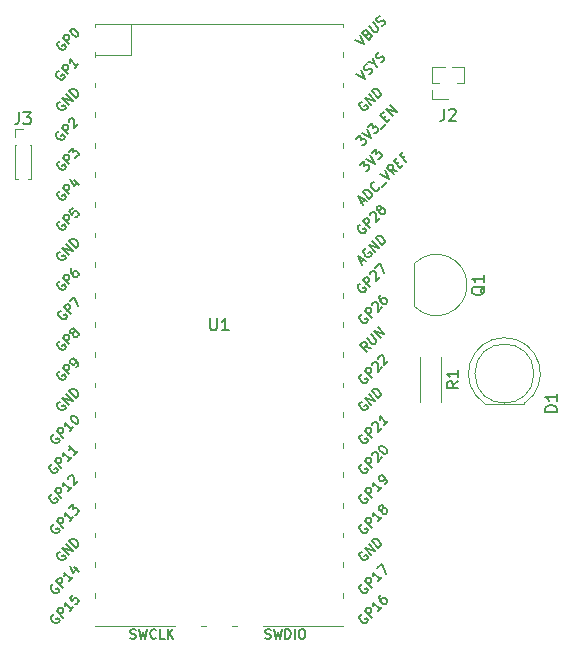
<source format=gbr>
%TF.GenerationSoftware,KiCad,Pcbnew,8.0.1*%
%TF.CreationDate,2024-03-30T13:38:22-03:00*%
%TF.ProjectId,Ponderada,506f6e64-6572-4616-9461-2e6b69636164,rev?*%
%TF.SameCoordinates,Original*%
%TF.FileFunction,Legend,Top*%
%TF.FilePolarity,Positive*%
%FSLAX46Y46*%
G04 Gerber Fmt 4.6, Leading zero omitted, Abs format (unit mm)*
G04 Created by KiCad (PCBNEW 8.0.1) date 2024-03-30 13:38:22*
%MOMM*%
%LPD*%
G01*
G04 APERTURE LIST*
%ADD10C,0.150000*%
%ADD11C,0.120000*%
G04 APERTURE END LIST*
D10*
X94348095Y-76824819D02*
X94348095Y-77634342D01*
X94348095Y-77634342D02*
X94395714Y-77729580D01*
X94395714Y-77729580D02*
X94443333Y-77777200D01*
X94443333Y-77777200D02*
X94538571Y-77824819D01*
X94538571Y-77824819D02*
X94729047Y-77824819D01*
X94729047Y-77824819D02*
X94824285Y-77777200D01*
X94824285Y-77777200D02*
X94871904Y-77729580D01*
X94871904Y-77729580D02*
X94919523Y-77634342D01*
X94919523Y-77634342D02*
X94919523Y-76824819D01*
X95919523Y-77824819D02*
X95348095Y-77824819D01*
X95633809Y-77824819D02*
X95633809Y-76824819D01*
X95633809Y-76824819D02*
X95538571Y-76967676D01*
X95538571Y-76967676D02*
X95443333Y-77062914D01*
X95443333Y-77062914D02*
X95348095Y-77110533D01*
X107043998Y-73890868D02*
X106963185Y-73917805D01*
X106963185Y-73917805D02*
X106882373Y-73998618D01*
X106882373Y-73998618D02*
X106828498Y-74106367D01*
X106828498Y-74106367D02*
X106828498Y-74214117D01*
X106828498Y-74214117D02*
X106855436Y-74294929D01*
X106855436Y-74294929D02*
X106936248Y-74429616D01*
X106936248Y-74429616D02*
X107017060Y-74510428D01*
X107017060Y-74510428D02*
X107151747Y-74591241D01*
X107151747Y-74591241D02*
X107232560Y-74618178D01*
X107232560Y-74618178D02*
X107340309Y-74618178D01*
X107340309Y-74618178D02*
X107448059Y-74564303D01*
X107448059Y-74564303D02*
X107501934Y-74510428D01*
X107501934Y-74510428D02*
X107555808Y-74402679D01*
X107555808Y-74402679D02*
X107555808Y-74348804D01*
X107555808Y-74348804D02*
X107367247Y-74160242D01*
X107367247Y-74160242D02*
X107259497Y-74267992D01*
X107852120Y-74160242D02*
X107286434Y-73594557D01*
X107286434Y-73594557D02*
X107501934Y-73379057D01*
X107501934Y-73379057D02*
X107582746Y-73352120D01*
X107582746Y-73352120D02*
X107636621Y-73352120D01*
X107636621Y-73352120D02*
X107717433Y-73379057D01*
X107717433Y-73379057D02*
X107798245Y-73459870D01*
X107798245Y-73459870D02*
X107825182Y-73540682D01*
X107825182Y-73540682D02*
X107825182Y-73594557D01*
X107825182Y-73594557D02*
X107798245Y-73675369D01*
X107798245Y-73675369D02*
X107582746Y-73890868D01*
X107879057Y-73109683D02*
X107879057Y-73055809D01*
X107879057Y-73055809D02*
X107905995Y-72974996D01*
X107905995Y-72974996D02*
X108040682Y-72840309D01*
X108040682Y-72840309D02*
X108121494Y-72813372D01*
X108121494Y-72813372D02*
X108175369Y-72813372D01*
X108175369Y-72813372D02*
X108256181Y-72840309D01*
X108256181Y-72840309D02*
X108310056Y-72894184D01*
X108310056Y-72894184D02*
X108363930Y-73001934D01*
X108363930Y-73001934D02*
X108363930Y-73648431D01*
X108363930Y-73648431D02*
X108714117Y-73298245D01*
X108336993Y-72543998D02*
X108714117Y-72166874D01*
X108714117Y-72166874D02*
X109037366Y-72974996D01*
X107948651Y-79313710D02*
X107490716Y-79232898D01*
X107625403Y-79636959D02*
X107059717Y-79071274D01*
X107059717Y-79071274D02*
X107275216Y-78855775D01*
X107275216Y-78855775D02*
X107356029Y-78828837D01*
X107356029Y-78828837D02*
X107409903Y-78828837D01*
X107409903Y-78828837D02*
X107490716Y-78855775D01*
X107490716Y-78855775D02*
X107571528Y-78936587D01*
X107571528Y-78936587D02*
X107598465Y-79017399D01*
X107598465Y-79017399D02*
X107598465Y-79071274D01*
X107598465Y-79071274D02*
X107571528Y-79152086D01*
X107571528Y-79152086D02*
X107356029Y-79367585D01*
X107625403Y-78505588D02*
X108083338Y-78963524D01*
X108083338Y-78963524D02*
X108164151Y-78990462D01*
X108164151Y-78990462D02*
X108218025Y-78990462D01*
X108218025Y-78990462D02*
X108298838Y-78963524D01*
X108298838Y-78963524D02*
X108406587Y-78855775D01*
X108406587Y-78855775D02*
X108433525Y-78774962D01*
X108433525Y-78774962D02*
X108433525Y-78721088D01*
X108433525Y-78721088D02*
X108406587Y-78640275D01*
X108406587Y-78640275D02*
X107948651Y-78182340D01*
X108783711Y-78478651D02*
X108218025Y-77912966D01*
X108218025Y-77912966D02*
X109106959Y-78155402D01*
X109106959Y-78155402D02*
X108541274Y-77589717D01*
X81099998Y-86650868D02*
X81019185Y-86677805D01*
X81019185Y-86677805D02*
X80938373Y-86758618D01*
X80938373Y-86758618D02*
X80884498Y-86866367D01*
X80884498Y-86866367D02*
X80884498Y-86974117D01*
X80884498Y-86974117D02*
X80911436Y-87054929D01*
X80911436Y-87054929D02*
X80992248Y-87189616D01*
X80992248Y-87189616D02*
X81073060Y-87270428D01*
X81073060Y-87270428D02*
X81207747Y-87351241D01*
X81207747Y-87351241D02*
X81288560Y-87378178D01*
X81288560Y-87378178D02*
X81396309Y-87378178D01*
X81396309Y-87378178D02*
X81504059Y-87324303D01*
X81504059Y-87324303D02*
X81557934Y-87270428D01*
X81557934Y-87270428D02*
X81611808Y-87162679D01*
X81611808Y-87162679D02*
X81611808Y-87108804D01*
X81611808Y-87108804D02*
X81423247Y-86920242D01*
X81423247Y-86920242D02*
X81315497Y-87027992D01*
X81908120Y-86920242D02*
X81342434Y-86354557D01*
X81342434Y-86354557D02*
X81557934Y-86139057D01*
X81557934Y-86139057D02*
X81638746Y-86112120D01*
X81638746Y-86112120D02*
X81692621Y-86112120D01*
X81692621Y-86112120D02*
X81773433Y-86139057D01*
X81773433Y-86139057D02*
X81854245Y-86219870D01*
X81854245Y-86219870D02*
X81881182Y-86300682D01*
X81881182Y-86300682D02*
X81881182Y-86354557D01*
X81881182Y-86354557D02*
X81854245Y-86435369D01*
X81854245Y-86435369D02*
X81638746Y-86650868D01*
X82770117Y-86058245D02*
X82446868Y-86381494D01*
X82608492Y-86219870D02*
X82042807Y-85654184D01*
X82042807Y-85654184D02*
X82069744Y-85788871D01*
X82069744Y-85788871D02*
X82069744Y-85896621D01*
X82069744Y-85896621D02*
X82042807Y-85977433D01*
X82554618Y-85142373D02*
X82608492Y-85088499D01*
X82608492Y-85088499D02*
X82689305Y-85061561D01*
X82689305Y-85061561D02*
X82743179Y-85061561D01*
X82743179Y-85061561D02*
X82823992Y-85088499D01*
X82823992Y-85088499D02*
X82958679Y-85169311D01*
X82958679Y-85169311D02*
X83093366Y-85303998D01*
X83093366Y-85303998D02*
X83174178Y-85438685D01*
X83174178Y-85438685D02*
X83201115Y-85519497D01*
X83201115Y-85519497D02*
X83201115Y-85573372D01*
X83201115Y-85573372D02*
X83174178Y-85654184D01*
X83174178Y-85654184D02*
X83120303Y-85708059D01*
X83120303Y-85708059D02*
X83039491Y-85734996D01*
X83039491Y-85734996D02*
X82985616Y-85734996D01*
X82985616Y-85734996D02*
X82904804Y-85708059D01*
X82904804Y-85708059D02*
X82770117Y-85627247D01*
X82770117Y-85627247D02*
X82635430Y-85492560D01*
X82635430Y-85492560D02*
X82554618Y-85357873D01*
X82554618Y-85357873D02*
X82527680Y-85277060D01*
X82527680Y-85277060D02*
X82527680Y-85223186D01*
X82527680Y-85223186D02*
X82554618Y-85142373D01*
X81523372Y-55891494D02*
X81442560Y-55918431D01*
X81442560Y-55918431D02*
X81361748Y-55999243D01*
X81361748Y-55999243D02*
X81307873Y-56106993D01*
X81307873Y-56106993D02*
X81307873Y-56214742D01*
X81307873Y-56214742D02*
X81334810Y-56295555D01*
X81334810Y-56295555D02*
X81415623Y-56430242D01*
X81415623Y-56430242D02*
X81496435Y-56511054D01*
X81496435Y-56511054D02*
X81631122Y-56591866D01*
X81631122Y-56591866D02*
X81711934Y-56618803D01*
X81711934Y-56618803D02*
X81819684Y-56618803D01*
X81819684Y-56618803D02*
X81927433Y-56564929D01*
X81927433Y-56564929D02*
X81981308Y-56511054D01*
X81981308Y-56511054D02*
X82035183Y-56403304D01*
X82035183Y-56403304D02*
X82035183Y-56349429D01*
X82035183Y-56349429D02*
X81846621Y-56160868D01*
X81846621Y-56160868D02*
X81738871Y-56268617D01*
X82331494Y-56160868D02*
X81765809Y-55595182D01*
X81765809Y-55595182D02*
X81981308Y-55379683D01*
X81981308Y-55379683D02*
X82062120Y-55352746D01*
X82062120Y-55352746D02*
X82115995Y-55352746D01*
X82115995Y-55352746D02*
X82196807Y-55379683D01*
X82196807Y-55379683D02*
X82277619Y-55460495D01*
X82277619Y-55460495D02*
X82304557Y-55541307D01*
X82304557Y-55541307D02*
X82304557Y-55595182D01*
X82304557Y-55595182D02*
X82277619Y-55675994D01*
X82277619Y-55675994D02*
X82062120Y-55891494D01*
X83193491Y-55298871D02*
X82870242Y-55622120D01*
X83031867Y-55460495D02*
X82466181Y-54894810D01*
X82466181Y-54894810D02*
X82493119Y-55029497D01*
X82493119Y-55029497D02*
X82493119Y-55137246D01*
X82493119Y-55137246D02*
X82466181Y-55218059D01*
X80953998Y-91730868D02*
X80873185Y-91757805D01*
X80873185Y-91757805D02*
X80792373Y-91838618D01*
X80792373Y-91838618D02*
X80738498Y-91946367D01*
X80738498Y-91946367D02*
X80738498Y-92054117D01*
X80738498Y-92054117D02*
X80765436Y-92134929D01*
X80765436Y-92134929D02*
X80846248Y-92269616D01*
X80846248Y-92269616D02*
X80927060Y-92350428D01*
X80927060Y-92350428D02*
X81061747Y-92431241D01*
X81061747Y-92431241D02*
X81142560Y-92458178D01*
X81142560Y-92458178D02*
X81250309Y-92458178D01*
X81250309Y-92458178D02*
X81358059Y-92404303D01*
X81358059Y-92404303D02*
X81411934Y-92350428D01*
X81411934Y-92350428D02*
X81465808Y-92242679D01*
X81465808Y-92242679D02*
X81465808Y-92188804D01*
X81465808Y-92188804D02*
X81277247Y-92000242D01*
X81277247Y-92000242D02*
X81169497Y-92107992D01*
X81762120Y-92000242D02*
X81196434Y-91434557D01*
X81196434Y-91434557D02*
X81411934Y-91219057D01*
X81411934Y-91219057D02*
X81492746Y-91192120D01*
X81492746Y-91192120D02*
X81546621Y-91192120D01*
X81546621Y-91192120D02*
X81627433Y-91219057D01*
X81627433Y-91219057D02*
X81708245Y-91299870D01*
X81708245Y-91299870D02*
X81735182Y-91380682D01*
X81735182Y-91380682D02*
X81735182Y-91434557D01*
X81735182Y-91434557D02*
X81708245Y-91515369D01*
X81708245Y-91515369D02*
X81492746Y-91730868D01*
X82624117Y-91138245D02*
X82300868Y-91461494D01*
X82462492Y-91299870D02*
X81896807Y-90734184D01*
X81896807Y-90734184D02*
X81923744Y-90868871D01*
X81923744Y-90868871D02*
X81923744Y-90976621D01*
X81923744Y-90976621D02*
X81896807Y-91057433D01*
X82327805Y-90410935D02*
X82327805Y-90357060D01*
X82327805Y-90357060D02*
X82354743Y-90276248D01*
X82354743Y-90276248D02*
X82489430Y-90141561D01*
X82489430Y-90141561D02*
X82570242Y-90114624D01*
X82570242Y-90114624D02*
X82624117Y-90114624D01*
X82624117Y-90114624D02*
X82704929Y-90141561D01*
X82704929Y-90141561D02*
X82758804Y-90195436D01*
X82758804Y-90195436D02*
X82812679Y-90303186D01*
X82812679Y-90303186D02*
X82812679Y-90949683D01*
X82812679Y-90949683D02*
X83162865Y-90599497D01*
X106720749Y-56160242D02*
X107474996Y-56537366D01*
X107474996Y-56537366D02*
X107097873Y-55783118D01*
X107798245Y-56160242D02*
X107905995Y-56106367D01*
X107905995Y-56106367D02*
X108040682Y-55971680D01*
X108040682Y-55971680D02*
X108067619Y-55890868D01*
X108067619Y-55890868D02*
X108067619Y-55836993D01*
X108067619Y-55836993D02*
X108040682Y-55756181D01*
X108040682Y-55756181D02*
X107986807Y-55702306D01*
X107986807Y-55702306D02*
X107905995Y-55675369D01*
X107905995Y-55675369D02*
X107852120Y-55675369D01*
X107852120Y-55675369D02*
X107771308Y-55702306D01*
X107771308Y-55702306D02*
X107636621Y-55783118D01*
X107636621Y-55783118D02*
X107555808Y-55810056D01*
X107555808Y-55810056D02*
X107501934Y-55810056D01*
X107501934Y-55810056D02*
X107421121Y-55783118D01*
X107421121Y-55783118D02*
X107367247Y-55729244D01*
X107367247Y-55729244D02*
X107340309Y-55648431D01*
X107340309Y-55648431D02*
X107340309Y-55594557D01*
X107340309Y-55594557D02*
X107367247Y-55513744D01*
X107367247Y-55513744D02*
X107501934Y-55379057D01*
X107501934Y-55379057D02*
X107609683Y-55325183D01*
X108229244Y-55244370D02*
X108498618Y-55513744D01*
X107744370Y-55136621D02*
X108229244Y-55244370D01*
X108229244Y-55244370D02*
X108121494Y-54759497D01*
X108821866Y-55136621D02*
X108929616Y-55082746D01*
X108929616Y-55082746D02*
X109064303Y-54948059D01*
X109064303Y-54948059D02*
X109091240Y-54867247D01*
X109091240Y-54867247D02*
X109091240Y-54813372D01*
X109091240Y-54813372D02*
X109064303Y-54732560D01*
X109064303Y-54732560D02*
X109010428Y-54678685D01*
X109010428Y-54678685D02*
X108929616Y-54651748D01*
X108929616Y-54651748D02*
X108875741Y-54651748D01*
X108875741Y-54651748D02*
X108794929Y-54678685D01*
X108794929Y-54678685D02*
X108660242Y-54759497D01*
X108660242Y-54759497D02*
X108579430Y-54786435D01*
X108579430Y-54786435D02*
X108525555Y-54786435D01*
X108525555Y-54786435D02*
X108444743Y-54759497D01*
X108444743Y-54759497D02*
X108390868Y-54705622D01*
X108390868Y-54705622D02*
X108363930Y-54624810D01*
X108363930Y-54624810D02*
X108363930Y-54570935D01*
X108363930Y-54570935D02*
X108390868Y-54490123D01*
X108390868Y-54490123D02*
X108525555Y-54355436D01*
X108525555Y-54355436D02*
X108633304Y-54301561D01*
X81053998Y-99350868D02*
X80973185Y-99377805D01*
X80973185Y-99377805D02*
X80892373Y-99458618D01*
X80892373Y-99458618D02*
X80838498Y-99566367D01*
X80838498Y-99566367D02*
X80838498Y-99674117D01*
X80838498Y-99674117D02*
X80865436Y-99754929D01*
X80865436Y-99754929D02*
X80946248Y-99889616D01*
X80946248Y-99889616D02*
X81027060Y-99970428D01*
X81027060Y-99970428D02*
X81161747Y-100051241D01*
X81161747Y-100051241D02*
X81242560Y-100078178D01*
X81242560Y-100078178D02*
X81350309Y-100078178D01*
X81350309Y-100078178D02*
X81458059Y-100024303D01*
X81458059Y-100024303D02*
X81511934Y-99970428D01*
X81511934Y-99970428D02*
X81565808Y-99862679D01*
X81565808Y-99862679D02*
X81565808Y-99808804D01*
X81565808Y-99808804D02*
X81377247Y-99620242D01*
X81377247Y-99620242D02*
X81269497Y-99727992D01*
X81862120Y-99620242D02*
X81296434Y-99054557D01*
X81296434Y-99054557D02*
X81511934Y-98839057D01*
X81511934Y-98839057D02*
X81592746Y-98812120D01*
X81592746Y-98812120D02*
X81646621Y-98812120D01*
X81646621Y-98812120D02*
X81727433Y-98839057D01*
X81727433Y-98839057D02*
X81808245Y-98919870D01*
X81808245Y-98919870D02*
X81835182Y-99000682D01*
X81835182Y-99000682D02*
X81835182Y-99054557D01*
X81835182Y-99054557D02*
X81808245Y-99135369D01*
X81808245Y-99135369D02*
X81592746Y-99350868D01*
X82724117Y-98758245D02*
X82400868Y-99081494D01*
X82562492Y-98919870D02*
X81996807Y-98354184D01*
X81996807Y-98354184D02*
X82023744Y-98488871D01*
X82023744Y-98488871D02*
X82023744Y-98596621D01*
X82023744Y-98596621D02*
X81996807Y-98677433D01*
X82831866Y-97896248D02*
X83208990Y-98273372D01*
X82481680Y-97815436D02*
X82751054Y-98354184D01*
X82751054Y-98354184D02*
X83101240Y-98003998D01*
X81596435Y-83868431D02*
X81515623Y-83895368D01*
X81515623Y-83895368D02*
X81434811Y-83976180D01*
X81434811Y-83976180D02*
X81380936Y-84083930D01*
X81380936Y-84083930D02*
X81380936Y-84191680D01*
X81380936Y-84191680D02*
X81407873Y-84272492D01*
X81407873Y-84272492D02*
X81488685Y-84407179D01*
X81488685Y-84407179D02*
X81569498Y-84487991D01*
X81569498Y-84487991D02*
X81704185Y-84568803D01*
X81704185Y-84568803D02*
X81784997Y-84595741D01*
X81784997Y-84595741D02*
X81892746Y-84595741D01*
X81892746Y-84595741D02*
X82000496Y-84541866D01*
X82000496Y-84541866D02*
X82054371Y-84487991D01*
X82054371Y-84487991D02*
X82108246Y-84380241D01*
X82108246Y-84380241D02*
X82108246Y-84326367D01*
X82108246Y-84326367D02*
X81919684Y-84137805D01*
X81919684Y-84137805D02*
X81811934Y-84245554D01*
X82404557Y-84137805D02*
X81838872Y-83572119D01*
X81838872Y-83572119D02*
X82727806Y-83814556D01*
X82727806Y-83814556D02*
X82162120Y-83248871D01*
X82997180Y-83545182D02*
X82431494Y-82979497D01*
X82431494Y-82979497D02*
X82566181Y-82844810D01*
X82566181Y-82844810D02*
X82673931Y-82790935D01*
X82673931Y-82790935D02*
X82781680Y-82790935D01*
X82781680Y-82790935D02*
X82862493Y-82817872D01*
X82862493Y-82817872D02*
X82997180Y-82898685D01*
X82997180Y-82898685D02*
X83077992Y-82979497D01*
X83077992Y-82979497D02*
X83158804Y-83114184D01*
X83158804Y-83114184D02*
X83185741Y-83194996D01*
X83185741Y-83194996D02*
X83185741Y-83302746D01*
X83185741Y-83302746D02*
X83131867Y-83410495D01*
X83131867Y-83410495D02*
X82997180Y-83545182D01*
X107207998Y-81570868D02*
X107127185Y-81597805D01*
X107127185Y-81597805D02*
X107046373Y-81678618D01*
X107046373Y-81678618D02*
X106992498Y-81786367D01*
X106992498Y-81786367D02*
X106992498Y-81894117D01*
X106992498Y-81894117D02*
X107019436Y-81974929D01*
X107019436Y-81974929D02*
X107100248Y-82109616D01*
X107100248Y-82109616D02*
X107181060Y-82190428D01*
X107181060Y-82190428D02*
X107315747Y-82271241D01*
X107315747Y-82271241D02*
X107396560Y-82298178D01*
X107396560Y-82298178D02*
X107504309Y-82298178D01*
X107504309Y-82298178D02*
X107612059Y-82244303D01*
X107612059Y-82244303D02*
X107665934Y-82190428D01*
X107665934Y-82190428D02*
X107719808Y-82082679D01*
X107719808Y-82082679D02*
X107719808Y-82028804D01*
X107719808Y-82028804D02*
X107531247Y-81840242D01*
X107531247Y-81840242D02*
X107423497Y-81947992D01*
X108016120Y-81840242D02*
X107450434Y-81274557D01*
X107450434Y-81274557D02*
X107665934Y-81059057D01*
X107665934Y-81059057D02*
X107746746Y-81032120D01*
X107746746Y-81032120D02*
X107800621Y-81032120D01*
X107800621Y-81032120D02*
X107881433Y-81059057D01*
X107881433Y-81059057D02*
X107962245Y-81139870D01*
X107962245Y-81139870D02*
X107989182Y-81220682D01*
X107989182Y-81220682D02*
X107989182Y-81274557D01*
X107989182Y-81274557D02*
X107962245Y-81355369D01*
X107962245Y-81355369D02*
X107746746Y-81570868D01*
X108043057Y-80789683D02*
X108043057Y-80735809D01*
X108043057Y-80735809D02*
X108069995Y-80654996D01*
X108069995Y-80654996D02*
X108204682Y-80520309D01*
X108204682Y-80520309D02*
X108285494Y-80493372D01*
X108285494Y-80493372D02*
X108339369Y-80493372D01*
X108339369Y-80493372D02*
X108420181Y-80520309D01*
X108420181Y-80520309D02*
X108474056Y-80574184D01*
X108474056Y-80574184D02*
X108527930Y-80681934D01*
X108527930Y-80681934D02*
X108527930Y-81328431D01*
X108527930Y-81328431D02*
X108878117Y-80978245D01*
X108581805Y-80250935D02*
X108581805Y-80197060D01*
X108581805Y-80197060D02*
X108608743Y-80116248D01*
X108608743Y-80116248D02*
X108743430Y-79981561D01*
X108743430Y-79981561D02*
X108824242Y-79954624D01*
X108824242Y-79954624D02*
X108878117Y-79954624D01*
X108878117Y-79954624D02*
X108958929Y-79981561D01*
X108958929Y-79981561D02*
X109012804Y-80035436D01*
X109012804Y-80035436D02*
X109066679Y-80143186D01*
X109066679Y-80143186D02*
X109066679Y-80789683D01*
X109066679Y-80789683D02*
X109416865Y-80439497D01*
X107207998Y-86660868D02*
X107127185Y-86687805D01*
X107127185Y-86687805D02*
X107046373Y-86768618D01*
X107046373Y-86768618D02*
X106992498Y-86876367D01*
X106992498Y-86876367D02*
X106992498Y-86984117D01*
X106992498Y-86984117D02*
X107019436Y-87064929D01*
X107019436Y-87064929D02*
X107100248Y-87199616D01*
X107100248Y-87199616D02*
X107181060Y-87280428D01*
X107181060Y-87280428D02*
X107315747Y-87361241D01*
X107315747Y-87361241D02*
X107396560Y-87388178D01*
X107396560Y-87388178D02*
X107504309Y-87388178D01*
X107504309Y-87388178D02*
X107612059Y-87334303D01*
X107612059Y-87334303D02*
X107665934Y-87280428D01*
X107665934Y-87280428D02*
X107719808Y-87172679D01*
X107719808Y-87172679D02*
X107719808Y-87118804D01*
X107719808Y-87118804D02*
X107531247Y-86930242D01*
X107531247Y-86930242D02*
X107423497Y-87037992D01*
X108016120Y-86930242D02*
X107450434Y-86364557D01*
X107450434Y-86364557D02*
X107665934Y-86149057D01*
X107665934Y-86149057D02*
X107746746Y-86122120D01*
X107746746Y-86122120D02*
X107800621Y-86122120D01*
X107800621Y-86122120D02*
X107881433Y-86149057D01*
X107881433Y-86149057D02*
X107962245Y-86229870D01*
X107962245Y-86229870D02*
X107989182Y-86310682D01*
X107989182Y-86310682D02*
X107989182Y-86364557D01*
X107989182Y-86364557D02*
X107962245Y-86445369D01*
X107962245Y-86445369D02*
X107746746Y-86660868D01*
X108043057Y-85879683D02*
X108043057Y-85825809D01*
X108043057Y-85825809D02*
X108069995Y-85744996D01*
X108069995Y-85744996D02*
X108204682Y-85610309D01*
X108204682Y-85610309D02*
X108285494Y-85583372D01*
X108285494Y-85583372D02*
X108339369Y-85583372D01*
X108339369Y-85583372D02*
X108420181Y-85610309D01*
X108420181Y-85610309D02*
X108474056Y-85664184D01*
X108474056Y-85664184D02*
X108527930Y-85771934D01*
X108527930Y-85771934D02*
X108527930Y-86418431D01*
X108527930Y-86418431D02*
X108878117Y-86068245D01*
X109416865Y-85529497D02*
X109093616Y-85852746D01*
X109255240Y-85691121D02*
X108689555Y-85125436D01*
X108689555Y-85125436D02*
X108716492Y-85260123D01*
X108716492Y-85260123D02*
X108716492Y-85367873D01*
X108716492Y-85367873D02*
X108689555Y-85448685D01*
X81623372Y-73681494D02*
X81542560Y-73708431D01*
X81542560Y-73708431D02*
X81461748Y-73789243D01*
X81461748Y-73789243D02*
X81407873Y-73896993D01*
X81407873Y-73896993D02*
X81407873Y-74004742D01*
X81407873Y-74004742D02*
X81434810Y-74085555D01*
X81434810Y-74085555D02*
X81515623Y-74220242D01*
X81515623Y-74220242D02*
X81596435Y-74301054D01*
X81596435Y-74301054D02*
X81731122Y-74381866D01*
X81731122Y-74381866D02*
X81811934Y-74408803D01*
X81811934Y-74408803D02*
X81919684Y-74408803D01*
X81919684Y-74408803D02*
X82027433Y-74354929D01*
X82027433Y-74354929D02*
X82081308Y-74301054D01*
X82081308Y-74301054D02*
X82135183Y-74193304D01*
X82135183Y-74193304D02*
X82135183Y-74139429D01*
X82135183Y-74139429D02*
X81946621Y-73950868D01*
X81946621Y-73950868D02*
X81838871Y-74058617D01*
X82431494Y-73950868D02*
X81865809Y-73385182D01*
X81865809Y-73385182D02*
X82081308Y-73169683D01*
X82081308Y-73169683D02*
X82162120Y-73142746D01*
X82162120Y-73142746D02*
X82215995Y-73142746D01*
X82215995Y-73142746D02*
X82296807Y-73169683D01*
X82296807Y-73169683D02*
X82377619Y-73250495D01*
X82377619Y-73250495D02*
X82404557Y-73331307D01*
X82404557Y-73331307D02*
X82404557Y-73385182D01*
X82404557Y-73385182D02*
X82377619Y-73465994D01*
X82377619Y-73465994D02*
X82162120Y-73681494D01*
X82673931Y-72577060D02*
X82566181Y-72684810D01*
X82566181Y-72684810D02*
X82539244Y-72765622D01*
X82539244Y-72765622D02*
X82539244Y-72819497D01*
X82539244Y-72819497D02*
X82566181Y-72954184D01*
X82566181Y-72954184D02*
X82646993Y-73088871D01*
X82646993Y-73088871D02*
X82862493Y-73304370D01*
X82862493Y-73304370D02*
X82943305Y-73331307D01*
X82943305Y-73331307D02*
X82997180Y-73331307D01*
X82997180Y-73331307D02*
X83077992Y-73304370D01*
X83077992Y-73304370D02*
X83185741Y-73196620D01*
X83185741Y-73196620D02*
X83212679Y-73115808D01*
X83212679Y-73115808D02*
X83212679Y-73061933D01*
X83212679Y-73061933D02*
X83185741Y-72981121D01*
X83185741Y-72981121D02*
X83051054Y-72846434D01*
X83051054Y-72846434D02*
X82970242Y-72819497D01*
X82970242Y-72819497D02*
X82916367Y-72819497D01*
X82916367Y-72819497D02*
X82835555Y-72846434D01*
X82835555Y-72846434D02*
X82727806Y-72954184D01*
X82727806Y-72954184D02*
X82700868Y-73034996D01*
X82700868Y-73034996D02*
X82700868Y-73088871D01*
X82700868Y-73088871D02*
X82727806Y-73169683D01*
X107207998Y-94270868D02*
X107127185Y-94297805D01*
X107127185Y-94297805D02*
X107046373Y-94378618D01*
X107046373Y-94378618D02*
X106992498Y-94486367D01*
X106992498Y-94486367D02*
X106992498Y-94594117D01*
X106992498Y-94594117D02*
X107019436Y-94674929D01*
X107019436Y-94674929D02*
X107100248Y-94809616D01*
X107100248Y-94809616D02*
X107181060Y-94890428D01*
X107181060Y-94890428D02*
X107315747Y-94971241D01*
X107315747Y-94971241D02*
X107396560Y-94998178D01*
X107396560Y-94998178D02*
X107504309Y-94998178D01*
X107504309Y-94998178D02*
X107612059Y-94944303D01*
X107612059Y-94944303D02*
X107665934Y-94890428D01*
X107665934Y-94890428D02*
X107719808Y-94782679D01*
X107719808Y-94782679D02*
X107719808Y-94728804D01*
X107719808Y-94728804D02*
X107531247Y-94540242D01*
X107531247Y-94540242D02*
X107423497Y-94647992D01*
X108016120Y-94540242D02*
X107450434Y-93974557D01*
X107450434Y-93974557D02*
X107665934Y-93759057D01*
X107665934Y-93759057D02*
X107746746Y-93732120D01*
X107746746Y-93732120D02*
X107800621Y-93732120D01*
X107800621Y-93732120D02*
X107881433Y-93759057D01*
X107881433Y-93759057D02*
X107962245Y-93839870D01*
X107962245Y-93839870D02*
X107989182Y-93920682D01*
X107989182Y-93920682D02*
X107989182Y-93974557D01*
X107989182Y-93974557D02*
X107962245Y-94055369D01*
X107962245Y-94055369D02*
X107746746Y-94270868D01*
X108878117Y-93678245D02*
X108554868Y-94001494D01*
X108716492Y-93839870D02*
X108150807Y-93274184D01*
X108150807Y-93274184D02*
X108177744Y-93408871D01*
X108177744Y-93408871D02*
X108177744Y-93516621D01*
X108177744Y-93516621D02*
X108150807Y-93597433D01*
X108878117Y-93031747D02*
X108797305Y-93058685D01*
X108797305Y-93058685D02*
X108743430Y-93058685D01*
X108743430Y-93058685D02*
X108662618Y-93031747D01*
X108662618Y-93031747D02*
X108635680Y-93004810D01*
X108635680Y-93004810D02*
X108608743Y-92923998D01*
X108608743Y-92923998D02*
X108608743Y-92870123D01*
X108608743Y-92870123D02*
X108635680Y-92789311D01*
X108635680Y-92789311D02*
X108743430Y-92681561D01*
X108743430Y-92681561D02*
X108824242Y-92654624D01*
X108824242Y-92654624D02*
X108878117Y-92654624D01*
X108878117Y-92654624D02*
X108958929Y-92681561D01*
X108958929Y-92681561D02*
X108985866Y-92708499D01*
X108985866Y-92708499D02*
X109012804Y-92789311D01*
X109012804Y-92789311D02*
X109012804Y-92843186D01*
X109012804Y-92843186D02*
X108985866Y-92923998D01*
X108985866Y-92923998D02*
X108878117Y-93031747D01*
X108878117Y-93031747D02*
X108851179Y-93112560D01*
X108851179Y-93112560D02*
X108851179Y-93166434D01*
X108851179Y-93166434D02*
X108878117Y-93247247D01*
X108878117Y-93247247D02*
X108985866Y-93354996D01*
X108985866Y-93354996D02*
X109066679Y-93381934D01*
X109066679Y-93381934D02*
X109120553Y-93381934D01*
X109120553Y-93381934D02*
X109201366Y-93354996D01*
X109201366Y-93354996D02*
X109309115Y-93247247D01*
X109309115Y-93247247D02*
X109336053Y-93166434D01*
X109336053Y-93166434D02*
X109336053Y-93112560D01*
X109336053Y-93112560D02*
X109309115Y-93031747D01*
X109309115Y-93031747D02*
X109201366Y-92923998D01*
X109201366Y-92923998D02*
X109120553Y-92897060D01*
X109120553Y-92897060D02*
X109066679Y-92897060D01*
X109066679Y-92897060D02*
X108985866Y-92923998D01*
X81523372Y-60981494D02*
X81442560Y-61008431D01*
X81442560Y-61008431D02*
X81361748Y-61089243D01*
X81361748Y-61089243D02*
X81307873Y-61196993D01*
X81307873Y-61196993D02*
X81307873Y-61304742D01*
X81307873Y-61304742D02*
X81334810Y-61385555D01*
X81334810Y-61385555D02*
X81415623Y-61520242D01*
X81415623Y-61520242D02*
X81496435Y-61601054D01*
X81496435Y-61601054D02*
X81631122Y-61681866D01*
X81631122Y-61681866D02*
X81711934Y-61708803D01*
X81711934Y-61708803D02*
X81819684Y-61708803D01*
X81819684Y-61708803D02*
X81927433Y-61654929D01*
X81927433Y-61654929D02*
X81981308Y-61601054D01*
X81981308Y-61601054D02*
X82035183Y-61493304D01*
X82035183Y-61493304D02*
X82035183Y-61439429D01*
X82035183Y-61439429D02*
X81846621Y-61250868D01*
X81846621Y-61250868D02*
X81738871Y-61358617D01*
X82331494Y-61250868D02*
X81765809Y-60685182D01*
X81765809Y-60685182D02*
X81981308Y-60469683D01*
X81981308Y-60469683D02*
X82062120Y-60442746D01*
X82062120Y-60442746D02*
X82115995Y-60442746D01*
X82115995Y-60442746D02*
X82196807Y-60469683D01*
X82196807Y-60469683D02*
X82277619Y-60550495D01*
X82277619Y-60550495D02*
X82304557Y-60631307D01*
X82304557Y-60631307D02*
X82304557Y-60685182D01*
X82304557Y-60685182D02*
X82277619Y-60765994D01*
X82277619Y-60765994D02*
X82062120Y-60981494D01*
X82358432Y-60200309D02*
X82358432Y-60146434D01*
X82358432Y-60146434D02*
X82385369Y-60065622D01*
X82385369Y-60065622D02*
X82520056Y-59930935D01*
X82520056Y-59930935D02*
X82600868Y-59903998D01*
X82600868Y-59903998D02*
X82654743Y-59903998D01*
X82654743Y-59903998D02*
X82735555Y-59930935D01*
X82735555Y-59930935D02*
X82789430Y-59984810D01*
X82789430Y-59984810D02*
X82843305Y-60092559D01*
X82843305Y-60092559D02*
X82843305Y-60739057D01*
X82843305Y-60739057D02*
X83193491Y-60388871D01*
X107207998Y-91730868D02*
X107127185Y-91757805D01*
X107127185Y-91757805D02*
X107046373Y-91838618D01*
X107046373Y-91838618D02*
X106992498Y-91946367D01*
X106992498Y-91946367D02*
X106992498Y-92054117D01*
X106992498Y-92054117D02*
X107019436Y-92134929D01*
X107019436Y-92134929D02*
X107100248Y-92269616D01*
X107100248Y-92269616D02*
X107181060Y-92350428D01*
X107181060Y-92350428D02*
X107315747Y-92431241D01*
X107315747Y-92431241D02*
X107396560Y-92458178D01*
X107396560Y-92458178D02*
X107504309Y-92458178D01*
X107504309Y-92458178D02*
X107612059Y-92404303D01*
X107612059Y-92404303D02*
X107665934Y-92350428D01*
X107665934Y-92350428D02*
X107719808Y-92242679D01*
X107719808Y-92242679D02*
X107719808Y-92188804D01*
X107719808Y-92188804D02*
X107531247Y-92000242D01*
X107531247Y-92000242D02*
X107423497Y-92107992D01*
X108016120Y-92000242D02*
X107450434Y-91434557D01*
X107450434Y-91434557D02*
X107665934Y-91219057D01*
X107665934Y-91219057D02*
X107746746Y-91192120D01*
X107746746Y-91192120D02*
X107800621Y-91192120D01*
X107800621Y-91192120D02*
X107881433Y-91219057D01*
X107881433Y-91219057D02*
X107962245Y-91299870D01*
X107962245Y-91299870D02*
X107989182Y-91380682D01*
X107989182Y-91380682D02*
X107989182Y-91434557D01*
X107989182Y-91434557D02*
X107962245Y-91515369D01*
X107962245Y-91515369D02*
X107746746Y-91730868D01*
X108878117Y-91138245D02*
X108554868Y-91461494D01*
X108716492Y-91299870D02*
X108150807Y-90734184D01*
X108150807Y-90734184D02*
X108177744Y-90868871D01*
X108177744Y-90868871D02*
X108177744Y-90976621D01*
X108177744Y-90976621D02*
X108150807Y-91057433D01*
X109147491Y-90868871D02*
X109255240Y-90761121D01*
X109255240Y-90761121D02*
X109282178Y-90680309D01*
X109282178Y-90680309D02*
X109282178Y-90626434D01*
X109282178Y-90626434D02*
X109255240Y-90491747D01*
X109255240Y-90491747D02*
X109174428Y-90357060D01*
X109174428Y-90357060D02*
X108958929Y-90141561D01*
X108958929Y-90141561D02*
X108878117Y-90114624D01*
X108878117Y-90114624D02*
X108824242Y-90114624D01*
X108824242Y-90114624D02*
X108743430Y-90141561D01*
X108743430Y-90141561D02*
X108635680Y-90249311D01*
X108635680Y-90249311D02*
X108608743Y-90330123D01*
X108608743Y-90330123D02*
X108608743Y-90383998D01*
X108608743Y-90383998D02*
X108635680Y-90464810D01*
X108635680Y-90464810D02*
X108770367Y-90599497D01*
X108770367Y-90599497D02*
X108851179Y-90626434D01*
X108851179Y-90626434D02*
X108905054Y-90626434D01*
X108905054Y-90626434D02*
X108985866Y-90599497D01*
X108985866Y-90599497D02*
X109093616Y-90491747D01*
X109093616Y-90491747D02*
X109120553Y-90410935D01*
X109120553Y-90410935D02*
X109120553Y-90357060D01*
X109120553Y-90357060D02*
X109093616Y-90276248D01*
X107207998Y-89190868D02*
X107127185Y-89217805D01*
X107127185Y-89217805D02*
X107046373Y-89298618D01*
X107046373Y-89298618D02*
X106992498Y-89406367D01*
X106992498Y-89406367D02*
X106992498Y-89514117D01*
X106992498Y-89514117D02*
X107019436Y-89594929D01*
X107019436Y-89594929D02*
X107100248Y-89729616D01*
X107100248Y-89729616D02*
X107181060Y-89810428D01*
X107181060Y-89810428D02*
X107315747Y-89891241D01*
X107315747Y-89891241D02*
X107396560Y-89918178D01*
X107396560Y-89918178D02*
X107504309Y-89918178D01*
X107504309Y-89918178D02*
X107612059Y-89864303D01*
X107612059Y-89864303D02*
X107665934Y-89810428D01*
X107665934Y-89810428D02*
X107719808Y-89702679D01*
X107719808Y-89702679D02*
X107719808Y-89648804D01*
X107719808Y-89648804D02*
X107531247Y-89460242D01*
X107531247Y-89460242D02*
X107423497Y-89567992D01*
X108016120Y-89460242D02*
X107450434Y-88894557D01*
X107450434Y-88894557D02*
X107665934Y-88679057D01*
X107665934Y-88679057D02*
X107746746Y-88652120D01*
X107746746Y-88652120D02*
X107800621Y-88652120D01*
X107800621Y-88652120D02*
X107881433Y-88679057D01*
X107881433Y-88679057D02*
X107962245Y-88759870D01*
X107962245Y-88759870D02*
X107989182Y-88840682D01*
X107989182Y-88840682D02*
X107989182Y-88894557D01*
X107989182Y-88894557D02*
X107962245Y-88975369D01*
X107962245Y-88975369D02*
X107746746Y-89190868D01*
X108043057Y-88409683D02*
X108043057Y-88355809D01*
X108043057Y-88355809D02*
X108069995Y-88274996D01*
X108069995Y-88274996D02*
X108204682Y-88140309D01*
X108204682Y-88140309D02*
X108285494Y-88113372D01*
X108285494Y-88113372D02*
X108339369Y-88113372D01*
X108339369Y-88113372D02*
X108420181Y-88140309D01*
X108420181Y-88140309D02*
X108474056Y-88194184D01*
X108474056Y-88194184D02*
X108527930Y-88301934D01*
X108527930Y-88301934D02*
X108527930Y-88948431D01*
X108527930Y-88948431D02*
X108878117Y-88598245D01*
X108662618Y-87682373D02*
X108716492Y-87628499D01*
X108716492Y-87628499D02*
X108797305Y-87601561D01*
X108797305Y-87601561D02*
X108851179Y-87601561D01*
X108851179Y-87601561D02*
X108931992Y-87628499D01*
X108931992Y-87628499D02*
X109066679Y-87709311D01*
X109066679Y-87709311D02*
X109201366Y-87843998D01*
X109201366Y-87843998D02*
X109282178Y-87978685D01*
X109282178Y-87978685D02*
X109309115Y-88059497D01*
X109309115Y-88059497D02*
X109309115Y-88113372D01*
X109309115Y-88113372D02*
X109282178Y-88194184D01*
X109282178Y-88194184D02*
X109228303Y-88248059D01*
X109228303Y-88248059D02*
X109147491Y-88274996D01*
X109147491Y-88274996D02*
X109093616Y-88274996D01*
X109093616Y-88274996D02*
X109012804Y-88248059D01*
X109012804Y-88248059D02*
X108878117Y-88167247D01*
X108878117Y-88167247D02*
X108743430Y-88032560D01*
X108743430Y-88032560D02*
X108662618Y-87897873D01*
X108662618Y-87897873D02*
X108635680Y-87817060D01*
X108635680Y-87817060D02*
X108635680Y-87763186D01*
X108635680Y-87763186D02*
X108662618Y-87682373D01*
X81596435Y-58468431D02*
X81515623Y-58495368D01*
X81515623Y-58495368D02*
X81434811Y-58576180D01*
X81434811Y-58576180D02*
X81380936Y-58683930D01*
X81380936Y-58683930D02*
X81380936Y-58791680D01*
X81380936Y-58791680D02*
X81407873Y-58872492D01*
X81407873Y-58872492D02*
X81488685Y-59007179D01*
X81488685Y-59007179D02*
X81569498Y-59087991D01*
X81569498Y-59087991D02*
X81704185Y-59168803D01*
X81704185Y-59168803D02*
X81784997Y-59195741D01*
X81784997Y-59195741D02*
X81892746Y-59195741D01*
X81892746Y-59195741D02*
X82000496Y-59141866D01*
X82000496Y-59141866D02*
X82054371Y-59087991D01*
X82054371Y-59087991D02*
X82108246Y-58980241D01*
X82108246Y-58980241D02*
X82108246Y-58926367D01*
X82108246Y-58926367D02*
X81919684Y-58737805D01*
X81919684Y-58737805D02*
X81811934Y-58845554D01*
X82404557Y-58737805D02*
X81838872Y-58172119D01*
X81838872Y-58172119D02*
X82727806Y-58414556D01*
X82727806Y-58414556D02*
X82162120Y-57848871D01*
X82997180Y-58145182D02*
X82431494Y-57579497D01*
X82431494Y-57579497D02*
X82566181Y-57444810D01*
X82566181Y-57444810D02*
X82673931Y-57390935D01*
X82673931Y-57390935D02*
X82781680Y-57390935D01*
X82781680Y-57390935D02*
X82862493Y-57417872D01*
X82862493Y-57417872D02*
X82997180Y-57498685D01*
X82997180Y-57498685D02*
X83077992Y-57579497D01*
X83077992Y-57579497D02*
X83158804Y-57714184D01*
X83158804Y-57714184D02*
X83185741Y-57794996D01*
X83185741Y-57794996D02*
X83185741Y-57902746D01*
X83185741Y-57902746D02*
X83131867Y-58010495D01*
X83131867Y-58010495D02*
X82997180Y-58145182D01*
X81596435Y-96568431D02*
X81515623Y-96595368D01*
X81515623Y-96595368D02*
X81434811Y-96676180D01*
X81434811Y-96676180D02*
X81380936Y-96783930D01*
X81380936Y-96783930D02*
X81380936Y-96891680D01*
X81380936Y-96891680D02*
X81407873Y-96972492D01*
X81407873Y-96972492D02*
X81488685Y-97107179D01*
X81488685Y-97107179D02*
X81569498Y-97187991D01*
X81569498Y-97187991D02*
X81704185Y-97268803D01*
X81704185Y-97268803D02*
X81784997Y-97295741D01*
X81784997Y-97295741D02*
X81892746Y-97295741D01*
X81892746Y-97295741D02*
X82000496Y-97241866D01*
X82000496Y-97241866D02*
X82054371Y-97187991D01*
X82054371Y-97187991D02*
X82108246Y-97080241D01*
X82108246Y-97080241D02*
X82108246Y-97026367D01*
X82108246Y-97026367D02*
X81919684Y-96837805D01*
X81919684Y-96837805D02*
X81811934Y-96945554D01*
X82404557Y-96837805D02*
X81838872Y-96272119D01*
X81838872Y-96272119D02*
X82727806Y-96514556D01*
X82727806Y-96514556D02*
X82162120Y-95948871D01*
X82997180Y-96245182D02*
X82431494Y-95679497D01*
X82431494Y-95679497D02*
X82566181Y-95544810D01*
X82566181Y-95544810D02*
X82673931Y-95490935D01*
X82673931Y-95490935D02*
X82781680Y-95490935D01*
X82781680Y-95490935D02*
X82862493Y-95517872D01*
X82862493Y-95517872D02*
X82997180Y-95598685D01*
X82997180Y-95598685D02*
X83077992Y-95679497D01*
X83077992Y-95679497D02*
X83158804Y-95814184D01*
X83158804Y-95814184D02*
X83185741Y-95894996D01*
X83185741Y-95894996D02*
X83185741Y-96002746D01*
X83185741Y-96002746D02*
X83131867Y-96110495D01*
X83131867Y-96110495D02*
X82997180Y-96245182D01*
X81623372Y-63521494D02*
X81542560Y-63548431D01*
X81542560Y-63548431D02*
X81461748Y-63629243D01*
X81461748Y-63629243D02*
X81407873Y-63736993D01*
X81407873Y-63736993D02*
X81407873Y-63844742D01*
X81407873Y-63844742D02*
X81434810Y-63925555D01*
X81434810Y-63925555D02*
X81515623Y-64060242D01*
X81515623Y-64060242D02*
X81596435Y-64141054D01*
X81596435Y-64141054D02*
X81731122Y-64221866D01*
X81731122Y-64221866D02*
X81811934Y-64248803D01*
X81811934Y-64248803D02*
X81919684Y-64248803D01*
X81919684Y-64248803D02*
X82027433Y-64194929D01*
X82027433Y-64194929D02*
X82081308Y-64141054D01*
X82081308Y-64141054D02*
X82135183Y-64033304D01*
X82135183Y-64033304D02*
X82135183Y-63979429D01*
X82135183Y-63979429D02*
X81946621Y-63790868D01*
X81946621Y-63790868D02*
X81838871Y-63898617D01*
X82431494Y-63790868D02*
X81865809Y-63225182D01*
X81865809Y-63225182D02*
X82081308Y-63009683D01*
X82081308Y-63009683D02*
X82162120Y-62982746D01*
X82162120Y-62982746D02*
X82215995Y-62982746D01*
X82215995Y-62982746D02*
X82296807Y-63009683D01*
X82296807Y-63009683D02*
X82377619Y-63090495D01*
X82377619Y-63090495D02*
X82404557Y-63171307D01*
X82404557Y-63171307D02*
X82404557Y-63225182D01*
X82404557Y-63225182D02*
X82377619Y-63305994D01*
X82377619Y-63305994D02*
X82162120Y-63521494D01*
X82377619Y-62713372D02*
X82727806Y-62363185D01*
X82727806Y-62363185D02*
X82754743Y-62767246D01*
X82754743Y-62767246D02*
X82835555Y-62686434D01*
X82835555Y-62686434D02*
X82916367Y-62659497D01*
X82916367Y-62659497D02*
X82970242Y-62659497D01*
X82970242Y-62659497D02*
X83051054Y-62686434D01*
X83051054Y-62686434D02*
X83185741Y-62821121D01*
X83185741Y-62821121D02*
X83212679Y-62901933D01*
X83212679Y-62901933D02*
X83212679Y-62955808D01*
X83212679Y-62955808D02*
X83185741Y-63036620D01*
X83185741Y-63036620D02*
X83024117Y-63198245D01*
X83024117Y-63198245D02*
X82943305Y-63225182D01*
X82943305Y-63225182D02*
X82889430Y-63225182D01*
X81623372Y-53361494D02*
X81542560Y-53388431D01*
X81542560Y-53388431D02*
X81461748Y-53469243D01*
X81461748Y-53469243D02*
X81407873Y-53576993D01*
X81407873Y-53576993D02*
X81407873Y-53684742D01*
X81407873Y-53684742D02*
X81434810Y-53765555D01*
X81434810Y-53765555D02*
X81515623Y-53900242D01*
X81515623Y-53900242D02*
X81596435Y-53981054D01*
X81596435Y-53981054D02*
X81731122Y-54061866D01*
X81731122Y-54061866D02*
X81811934Y-54088803D01*
X81811934Y-54088803D02*
X81919684Y-54088803D01*
X81919684Y-54088803D02*
X82027433Y-54034929D01*
X82027433Y-54034929D02*
X82081308Y-53981054D01*
X82081308Y-53981054D02*
X82135183Y-53873304D01*
X82135183Y-53873304D02*
X82135183Y-53819429D01*
X82135183Y-53819429D02*
X81946621Y-53630868D01*
X81946621Y-53630868D02*
X81838871Y-53738617D01*
X82431494Y-53630868D02*
X81865809Y-53065182D01*
X81865809Y-53065182D02*
X82081308Y-52849683D01*
X82081308Y-52849683D02*
X82162120Y-52822746D01*
X82162120Y-52822746D02*
X82215995Y-52822746D01*
X82215995Y-52822746D02*
X82296807Y-52849683D01*
X82296807Y-52849683D02*
X82377619Y-52930495D01*
X82377619Y-52930495D02*
X82404557Y-53011307D01*
X82404557Y-53011307D02*
X82404557Y-53065182D01*
X82404557Y-53065182D02*
X82377619Y-53145994D01*
X82377619Y-53145994D02*
X82162120Y-53361494D01*
X82539244Y-52391747D02*
X82593119Y-52337872D01*
X82593119Y-52337872D02*
X82673931Y-52310935D01*
X82673931Y-52310935D02*
X82727806Y-52310935D01*
X82727806Y-52310935D02*
X82808618Y-52337872D01*
X82808618Y-52337872D02*
X82943305Y-52418685D01*
X82943305Y-52418685D02*
X83077992Y-52553372D01*
X83077992Y-52553372D02*
X83158804Y-52688059D01*
X83158804Y-52688059D02*
X83185741Y-52768871D01*
X83185741Y-52768871D02*
X83185741Y-52822746D01*
X83185741Y-52822746D02*
X83158804Y-52903558D01*
X83158804Y-52903558D02*
X83104929Y-52957433D01*
X83104929Y-52957433D02*
X83024117Y-52984370D01*
X83024117Y-52984370D02*
X82970242Y-52984370D01*
X82970242Y-52984370D02*
X82889430Y-52957433D01*
X82889430Y-52957433D02*
X82754743Y-52876620D01*
X82754743Y-52876620D02*
X82620056Y-52741933D01*
X82620056Y-52741933D02*
X82539244Y-52607246D01*
X82539244Y-52607246D02*
X82512306Y-52526434D01*
X82512306Y-52526434D02*
X82512306Y-52472559D01*
X82512306Y-52472559D02*
X82539244Y-52391747D01*
X81623372Y-68601494D02*
X81542560Y-68628431D01*
X81542560Y-68628431D02*
X81461748Y-68709243D01*
X81461748Y-68709243D02*
X81407873Y-68816993D01*
X81407873Y-68816993D02*
X81407873Y-68924742D01*
X81407873Y-68924742D02*
X81434810Y-69005555D01*
X81434810Y-69005555D02*
X81515623Y-69140242D01*
X81515623Y-69140242D02*
X81596435Y-69221054D01*
X81596435Y-69221054D02*
X81731122Y-69301866D01*
X81731122Y-69301866D02*
X81811934Y-69328803D01*
X81811934Y-69328803D02*
X81919684Y-69328803D01*
X81919684Y-69328803D02*
X82027433Y-69274929D01*
X82027433Y-69274929D02*
X82081308Y-69221054D01*
X82081308Y-69221054D02*
X82135183Y-69113304D01*
X82135183Y-69113304D02*
X82135183Y-69059429D01*
X82135183Y-69059429D02*
X81946621Y-68870868D01*
X81946621Y-68870868D02*
X81838871Y-68978617D01*
X82431494Y-68870868D02*
X81865809Y-68305182D01*
X81865809Y-68305182D02*
X82081308Y-68089683D01*
X82081308Y-68089683D02*
X82162120Y-68062746D01*
X82162120Y-68062746D02*
X82215995Y-68062746D01*
X82215995Y-68062746D02*
X82296807Y-68089683D01*
X82296807Y-68089683D02*
X82377619Y-68170495D01*
X82377619Y-68170495D02*
X82404557Y-68251307D01*
X82404557Y-68251307D02*
X82404557Y-68305182D01*
X82404557Y-68305182D02*
X82377619Y-68385994D01*
X82377619Y-68385994D02*
X82162120Y-68601494D01*
X82700868Y-67470123D02*
X82431494Y-67739497D01*
X82431494Y-67739497D02*
X82673931Y-68035808D01*
X82673931Y-68035808D02*
X82673931Y-67981933D01*
X82673931Y-67981933D02*
X82700868Y-67901121D01*
X82700868Y-67901121D02*
X82835555Y-67766434D01*
X82835555Y-67766434D02*
X82916367Y-67739497D01*
X82916367Y-67739497D02*
X82970242Y-67739497D01*
X82970242Y-67739497D02*
X83051054Y-67766434D01*
X83051054Y-67766434D02*
X83185741Y-67901121D01*
X83185741Y-67901121D02*
X83212679Y-67981933D01*
X83212679Y-67981933D02*
X83212679Y-68035808D01*
X83212679Y-68035808D02*
X83185741Y-68116620D01*
X83185741Y-68116620D02*
X83051054Y-68251307D01*
X83051054Y-68251307D02*
X82970242Y-68278245D01*
X82970242Y-68278245D02*
X82916367Y-68278245D01*
X99014761Y-103894200D02*
X99129047Y-103932295D01*
X99129047Y-103932295D02*
X99319523Y-103932295D01*
X99319523Y-103932295D02*
X99395714Y-103894200D01*
X99395714Y-103894200D02*
X99433809Y-103856104D01*
X99433809Y-103856104D02*
X99471904Y-103779914D01*
X99471904Y-103779914D02*
X99471904Y-103703723D01*
X99471904Y-103703723D02*
X99433809Y-103627533D01*
X99433809Y-103627533D02*
X99395714Y-103589438D01*
X99395714Y-103589438D02*
X99319523Y-103551342D01*
X99319523Y-103551342D02*
X99167142Y-103513247D01*
X99167142Y-103513247D02*
X99090952Y-103475152D01*
X99090952Y-103475152D02*
X99052857Y-103437057D01*
X99052857Y-103437057D02*
X99014761Y-103360866D01*
X99014761Y-103360866D02*
X99014761Y-103284676D01*
X99014761Y-103284676D02*
X99052857Y-103208485D01*
X99052857Y-103208485D02*
X99090952Y-103170390D01*
X99090952Y-103170390D02*
X99167142Y-103132295D01*
X99167142Y-103132295D02*
X99357619Y-103132295D01*
X99357619Y-103132295D02*
X99471904Y-103170390D01*
X99738571Y-103132295D02*
X99929047Y-103932295D01*
X99929047Y-103932295D02*
X100081428Y-103360866D01*
X100081428Y-103360866D02*
X100233809Y-103932295D01*
X100233809Y-103932295D02*
X100424286Y-103132295D01*
X100729048Y-103932295D02*
X100729048Y-103132295D01*
X100729048Y-103132295D02*
X100919524Y-103132295D01*
X100919524Y-103132295D02*
X101033810Y-103170390D01*
X101033810Y-103170390D02*
X101110000Y-103246580D01*
X101110000Y-103246580D02*
X101148095Y-103322771D01*
X101148095Y-103322771D02*
X101186191Y-103475152D01*
X101186191Y-103475152D02*
X101186191Y-103589438D01*
X101186191Y-103589438D02*
X101148095Y-103741819D01*
X101148095Y-103741819D02*
X101110000Y-103818009D01*
X101110000Y-103818009D02*
X101033810Y-103894200D01*
X101033810Y-103894200D02*
X100919524Y-103932295D01*
X100919524Y-103932295D02*
X100729048Y-103932295D01*
X101529048Y-103932295D02*
X101529048Y-103132295D01*
X102062381Y-103132295D02*
X102214762Y-103132295D01*
X102214762Y-103132295D02*
X102290952Y-103170390D01*
X102290952Y-103170390D02*
X102367143Y-103246580D01*
X102367143Y-103246580D02*
X102405238Y-103398961D01*
X102405238Y-103398961D02*
X102405238Y-103665628D01*
X102405238Y-103665628D02*
X102367143Y-103818009D01*
X102367143Y-103818009D02*
X102290952Y-103894200D01*
X102290952Y-103894200D02*
X102214762Y-103932295D01*
X102214762Y-103932295D02*
X102062381Y-103932295D01*
X102062381Y-103932295D02*
X101986190Y-103894200D01*
X101986190Y-103894200D02*
X101910000Y-103818009D01*
X101910000Y-103818009D02*
X101871904Y-103665628D01*
X101871904Y-103665628D02*
X101871904Y-103398961D01*
X101871904Y-103398961D02*
X101910000Y-103246580D01*
X101910000Y-103246580D02*
X101986190Y-103170390D01*
X101986190Y-103170390D02*
X102062381Y-103132295D01*
X81623372Y-81301494D02*
X81542560Y-81328431D01*
X81542560Y-81328431D02*
X81461748Y-81409243D01*
X81461748Y-81409243D02*
X81407873Y-81516993D01*
X81407873Y-81516993D02*
X81407873Y-81624742D01*
X81407873Y-81624742D02*
X81434810Y-81705555D01*
X81434810Y-81705555D02*
X81515623Y-81840242D01*
X81515623Y-81840242D02*
X81596435Y-81921054D01*
X81596435Y-81921054D02*
X81731122Y-82001866D01*
X81731122Y-82001866D02*
X81811934Y-82028803D01*
X81811934Y-82028803D02*
X81919684Y-82028803D01*
X81919684Y-82028803D02*
X82027433Y-81974929D01*
X82027433Y-81974929D02*
X82081308Y-81921054D01*
X82081308Y-81921054D02*
X82135183Y-81813304D01*
X82135183Y-81813304D02*
X82135183Y-81759429D01*
X82135183Y-81759429D02*
X81946621Y-81570868D01*
X81946621Y-81570868D02*
X81838871Y-81678617D01*
X82431494Y-81570868D02*
X81865809Y-81005182D01*
X81865809Y-81005182D02*
X82081308Y-80789683D01*
X82081308Y-80789683D02*
X82162120Y-80762746D01*
X82162120Y-80762746D02*
X82215995Y-80762746D01*
X82215995Y-80762746D02*
X82296807Y-80789683D01*
X82296807Y-80789683D02*
X82377619Y-80870495D01*
X82377619Y-80870495D02*
X82404557Y-80951307D01*
X82404557Y-80951307D02*
X82404557Y-81005182D01*
X82404557Y-81005182D02*
X82377619Y-81085994D01*
X82377619Y-81085994D02*
X82162120Y-81301494D01*
X83024117Y-80978245D02*
X83131867Y-80870495D01*
X83131867Y-80870495D02*
X83158804Y-80789683D01*
X83158804Y-80789683D02*
X83158804Y-80735808D01*
X83158804Y-80735808D02*
X83131867Y-80601121D01*
X83131867Y-80601121D02*
X83051054Y-80466434D01*
X83051054Y-80466434D02*
X82835555Y-80250935D01*
X82835555Y-80250935D02*
X82754743Y-80223998D01*
X82754743Y-80223998D02*
X82700868Y-80223998D01*
X82700868Y-80223998D02*
X82620056Y-80250935D01*
X82620056Y-80250935D02*
X82512306Y-80358685D01*
X82512306Y-80358685D02*
X82485369Y-80439497D01*
X82485369Y-80439497D02*
X82485369Y-80493372D01*
X82485369Y-80493372D02*
X82512306Y-80574184D01*
X82512306Y-80574184D02*
X82646993Y-80708871D01*
X82646993Y-80708871D02*
X82727806Y-80735808D01*
X82727806Y-80735808D02*
X82781680Y-80735808D01*
X82781680Y-80735808D02*
X82862493Y-80708871D01*
X82862493Y-80708871D02*
X82970242Y-80601121D01*
X82970242Y-80601121D02*
X82997180Y-80520309D01*
X82997180Y-80520309D02*
X82997180Y-80466434D01*
X82997180Y-80466434D02*
X82970242Y-80385622D01*
X107043998Y-68890868D02*
X106963185Y-68917805D01*
X106963185Y-68917805D02*
X106882373Y-68998618D01*
X106882373Y-68998618D02*
X106828498Y-69106367D01*
X106828498Y-69106367D02*
X106828498Y-69214117D01*
X106828498Y-69214117D02*
X106855436Y-69294929D01*
X106855436Y-69294929D02*
X106936248Y-69429616D01*
X106936248Y-69429616D02*
X107017060Y-69510428D01*
X107017060Y-69510428D02*
X107151747Y-69591241D01*
X107151747Y-69591241D02*
X107232560Y-69618178D01*
X107232560Y-69618178D02*
X107340309Y-69618178D01*
X107340309Y-69618178D02*
X107448059Y-69564303D01*
X107448059Y-69564303D02*
X107501934Y-69510428D01*
X107501934Y-69510428D02*
X107555808Y-69402679D01*
X107555808Y-69402679D02*
X107555808Y-69348804D01*
X107555808Y-69348804D02*
X107367247Y-69160242D01*
X107367247Y-69160242D02*
X107259497Y-69267992D01*
X107852120Y-69160242D02*
X107286434Y-68594557D01*
X107286434Y-68594557D02*
X107501934Y-68379057D01*
X107501934Y-68379057D02*
X107582746Y-68352120D01*
X107582746Y-68352120D02*
X107636621Y-68352120D01*
X107636621Y-68352120D02*
X107717433Y-68379057D01*
X107717433Y-68379057D02*
X107798245Y-68459870D01*
X107798245Y-68459870D02*
X107825182Y-68540682D01*
X107825182Y-68540682D02*
X107825182Y-68594557D01*
X107825182Y-68594557D02*
X107798245Y-68675369D01*
X107798245Y-68675369D02*
X107582746Y-68890868D01*
X107879057Y-68109683D02*
X107879057Y-68055809D01*
X107879057Y-68055809D02*
X107905995Y-67974996D01*
X107905995Y-67974996D02*
X108040682Y-67840309D01*
X108040682Y-67840309D02*
X108121494Y-67813372D01*
X108121494Y-67813372D02*
X108175369Y-67813372D01*
X108175369Y-67813372D02*
X108256181Y-67840309D01*
X108256181Y-67840309D02*
X108310056Y-67894184D01*
X108310056Y-67894184D02*
X108363930Y-68001934D01*
X108363930Y-68001934D02*
X108363930Y-68648431D01*
X108363930Y-68648431D02*
X108714117Y-68298245D01*
X108714117Y-67651747D02*
X108633305Y-67678685D01*
X108633305Y-67678685D02*
X108579430Y-67678685D01*
X108579430Y-67678685D02*
X108498618Y-67651747D01*
X108498618Y-67651747D02*
X108471680Y-67624810D01*
X108471680Y-67624810D02*
X108444743Y-67543998D01*
X108444743Y-67543998D02*
X108444743Y-67490123D01*
X108444743Y-67490123D02*
X108471680Y-67409311D01*
X108471680Y-67409311D02*
X108579430Y-67301561D01*
X108579430Y-67301561D02*
X108660242Y-67274624D01*
X108660242Y-67274624D02*
X108714117Y-67274624D01*
X108714117Y-67274624D02*
X108794929Y-67301561D01*
X108794929Y-67301561D02*
X108821866Y-67328499D01*
X108821866Y-67328499D02*
X108848804Y-67409311D01*
X108848804Y-67409311D02*
X108848804Y-67463186D01*
X108848804Y-67463186D02*
X108821866Y-67543998D01*
X108821866Y-67543998D02*
X108714117Y-67651747D01*
X108714117Y-67651747D02*
X108687179Y-67732560D01*
X108687179Y-67732560D02*
X108687179Y-67786434D01*
X108687179Y-67786434D02*
X108714117Y-67867247D01*
X108714117Y-67867247D02*
X108821866Y-67974996D01*
X108821866Y-67974996D02*
X108902679Y-68001934D01*
X108902679Y-68001934D02*
X108956553Y-68001934D01*
X108956553Y-68001934D02*
X109037366Y-67974996D01*
X109037366Y-67974996D02*
X109145115Y-67867247D01*
X109145115Y-67867247D02*
X109172053Y-67786434D01*
X109172053Y-67786434D02*
X109172053Y-67732560D01*
X109172053Y-67732560D02*
X109145115Y-67651747D01*
X109145115Y-67651747D02*
X109037366Y-67543998D01*
X109037366Y-67543998D02*
X108956553Y-67517060D01*
X108956553Y-67517060D02*
X108902679Y-67517060D01*
X108902679Y-67517060D02*
X108821866Y-67543998D01*
X81596435Y-71168431D02*
X81515623Y-71195368D01*
X81515623Y-71195368D02*
X81434811Y-71276180D01*
X81434811Y-71276180D02*
X81380936Y-71383930D01*
X81380936Y-71383930D02*
X81380936Y-71491680D01*
X81380936Y-71491680D02*
X81407873Y-71572492D01*
X81407873Y-71572492D02*
X81488685Y-71707179D01*
X81488685Y-71707179D02*
X81569498Y-71787991D01*
X81569498Y-71787991D02*
X81704185Y-71868803D01*
X81704185Y-71868803D02*
X81784997Y-71895741D01*
X81784997Y-71895741D02*
X81892746Y-71895741D01*
X81892746Y-71895741D02*
X82000496Y-71841866D01*
X82000496Y-71841866D02*
X82054371Y-71787991D01*
X82054371Y-71787991D02*
X82108246Y-71680241D01*
X82108246Y-71680241D02*
X82108246Y-71626367D01*
X82108246Y-71626367D02*
X81919684Y-71437805D01*
X81919684Y-71437805D02*
X81811934Y-71545554D01*
X82404557Y-71437805D02*
X81838872Y-70872119D01*
X81838872Y-70872119D02*
X82727806Y-71114556D01*
X82727806Y-71114556D02*
X82162120Y-70548871D01*
X82997180Y-70845182D02*
X82431494Y-70279497D01*
X82431494Y-70279497D02*
X82566181Y-70144810D01*
X82566181Y-70144810D02*
X82673931Y-70090935D01*
X82673931Y-70090935D02*
X82781680Y-70090935D01*
X82781680Y-70090935D02*
X82862493Y-70117872D01*
X82862493Y-70117872D02*
X82997180Y-70198685D01*
X82997180Y-70198685D02*
X83077992Y-70279497D01*
X83077992Y-70279497D02*
X83158804Y-70414184D01*
X83158804Y-70414184D02*
X83185741Y-70494996D01*
X83185741Y-70494996D02*
X83185741Y-70602746D01*
X83185741Y-70602746D02*
X83131867Y-70710495D01*
X83131867Y-70710495D02*
X82997180Y-70845182D01*
X107196435Y-83868431D02*
X107115623Y-83895368D01*
X107115623Y-83895368D02*
X107034811Y-83976180D01*
X107034811Y-83976180D02*
X106980936Y-84083930D01*
X106980936Y-84083930D02*
X106980936Y-84191680D01*
X106980936Y-84191680D02*
X107007873Y-84272492D01*
X107007873Y-84272492D02*
X107088685Y-84407179D01*
X107088685Y-84407179D02*
X107169498Y-84487991D01*
X107169498Y-84487991D02*
X107304185Y-84568803D01*
X107304185Y-84568803D02*
X107384997Y-84595741D01*
X107384997Y-84595741D02*
X107492746Y-84595741D01*
X107492746Y-84595741D02*
X107600496Y-84541866D01*
X107600496Y-84541866D02*
X107654371Y-84487991D01*
X107654371Y-84487991D02*
X107708246Y-84380241D01*
X107708246Y-84380241D02*
X107708246Y-84326367D01*
X107708246Y-84326367D02*
X107519684Y-84137805D01*
X107519684Y-84137805D02*
X107411934Y-84245554D01*
X108004557Y-84137805D02*
X107438872Y-83572119D01*
X107438872Y-83572119D02*
X108327806Y-83814556D01*
X108327806Y-83814556D02*
X107762120Y-83248871D01*
X108597180Y-83545182D02*
X108031494Y-82979497D01*
X108031494Y-82979497D02*
X108166181Y-82844810D01*
X108166181Y-82844810D02*
X108273931Y-82790935D01*
X108273931Y-82790935D02*
X108381680Y-82790935D01*
X108381680Y-82790935D02*
X108462493Y-82817872D01*
X108462493Y-82817872D02*
X108597180Y-82898685D01*
X108597180Y-82898685D02*
X108677992Y-82979497D01*
X108677992Y-82979497D02*
X108758804Y-83114184D01*
X108758804Y-83114184D02*
X108785741Y-83194996D01*
X108785741Y-83194996D02*
X108785741Y-83302746D01*
X108785741Y-83302746D02*
X108731867Y-83410495D01*
X108731867Y-83410495D02*
X108597180Y-83545182D01*
X107207998Y-101890868D02*
X107127185Y-101917805D01*
X107127185Y-101917805D02*
X107046373Y-101998618D01*
X107046373Y-101998618D02*
X106992498Y-102106367D01*
X106992498Y-102106367D02*
X106992498Y-102214117D01*
X106992498Y-102214117D02*
X107019436Y-102294929D01*
X107019436Y-102294929D02*
X107100248Y-102429616D01*
X107100248Y-102429616D02*
X107181060Y-102510428D01*
X107181060Y-102510428D02*
X107315747Y-102591241D01*
X107315747Y-102591241D02*
X107396560Y-102618178D01*
X107396560Y-102618178D02*
X107504309Y-102618178D01*
X107504309Y-102618178D02*
X107612059Y-102564303D01*
X107612059Y-102564303D02*
X107665934Y-102510428D01*
X107665934Y-102510428D02*
X107719808Y-102402679D01*
X107719808Y-102402679D02*
X107719808Y-102348804D01*
X107719808Y-102348804D02*
X107531247Y-102160242D01*
X107531247Y-102160242D02*
X107423497Y-102267992D01*
X108016120Y-102160242D02*
X107450434Y-101594557D01*
X107450434Y-101594557D02*
X107665934Y-101379057D01*
X107665934Y-101379057D02*
X107746746Y-101352120D01*
X107746746Y-101352120D02*
X107800621Y-101352120D01*
X107800621Y-101352120D02*
X107881433Y-101379057D01*
X107881433Y-101379057D02*
X107962245Y-101459870D01*
X107962245Y-101459870D02*
X107989182Y-101540682D01*
X107989182Y-101540682D02*
X107989182Y-101594557D01*
X107989182Y-101594557D02*
X107962245Y-101675369D01*
X107962245Y-101675369D02*
X107746746Y-101890868D01*
X108878117Y-101298245D02*
X108554868Y-101621494D01*
X108716492Y-101459870D02*
X108150807Y-100894184D01*
X108150807Y-100894184D02*
X108177744Y-101028871D01*
X108177744Y-101028871D02*
X108177744Y-101136621D01*
X108177744Y-101136621D02*
X108150807Y-101217433D01*
X108797305Y-100247686D02*
X108689555Y-100355436D01*
X108689555Y-100355436D02*
X108662618Y-100436248D01*
X108662618Y-100436248D02*
X108662618Y-100490123D01*
X108662618Y-100490123D02*
X108689555Y-100624810D01*
X108689555Y-100624810D02*
X108770367Y-100759497D01*
X108770367Y-100759497D02*
X108985866Y-100974996D01*
X108985866Y-100974996D02*
X109066679Y-101001934D01*
X109066679Y-101001934D02*
X109120553Y-101001934D01*
X109120553Y-101001934D02*
X109201366Y-100974996D01*
X109201366Y-100974996D02*
X109309115Y-100867247D01*
X109309115Y-100867247D02*
X109336053Y-100786434D01*
X109336053Y-100786434D02*
X109336053Y-100732560D01*
X109336053Y-100732560D02*
X109309115Y-100651747D01*
X109309115Y-100651747D02*
X109174428Y-100517060D01*
X109174428Y-100517060D02*
X109093616Y-100490123D01*
X109093616Y-100490123D02*
X109039741Y-100490123D01*
X109039741Y-100490123D02*
X108958929Y-100517060D01*
X108958929Y-100517060D02*
X108851179Y-100624810D01*
X108851179Y-100624810D02*
X108824242Y-100705622D01*
X108824242Y-100705622D02*
X108824242Y-100759497D01*
X108824242Y-100759497D02*
X108851179Y-100840309D01*
X81623372Y-78761494D02*
X81542560Y-78788431D01*
X81542560Y-78788431D02*
X81461748Y-78869243D01*
X81461748Y-78869243D02*
X81407873Y-78976993D01*
X81407873Y-78976993D02*
X81407873Y-79084742D01*
X81407873Y-79084742D02*
X81434810Y-79165555D01*
X81434810Y-79165555D02*
X81515623Y-79300242D01*
X81515623Y-79300242D02*
X81596435Y-79381054D01*
X81596435Y-79381054D02*
X81731122Y-79461866D01*
X81731122Y-79461866D02*
X81811934Y-79488803D01*
X81811934Y-79488803D02*
X81919684Y-79488803D01*
X81919684Y-79488803D02*
X82027433Y-79434929D01*
X82027433Y-79434929D02*
X82081308Y-79381054D01*
X82081308Y-79381054D02*
X82135183Y-79273304D01*
X82135183Y-79273304D02*
X82135183Y-79219429D01*
X82135183Y-79219429D02*
X81946621Y-79030868D01*
X81946621Y-79030868D02*
X81838871Y-79138617D01*
X82431494Y-79030868D02*
X81865809Y-78465182D01*
X81865809Y-78465182D02*
X82081308Y-78249683D01*
X82081308Y-78249683D02*
X82162120Y-78222746D01*
X82162120Y-78222746D02*
X82215995Y-78222746D01*
X82215995Y-78222746D02*
X82296807Y-78249683D01*
X82296807Y-78249683D02*
X82377619Y-78330495D01*
X82377619Y-78330495D02*
X82404557Y-78411307D01*
X82404557Y-78411307D02*
X82404557Y-78465182D01*
X82404557Y-78465182D02*
X82377619Y-78545994D01*
X82377619Y-78545994D02*
X82162120Y-78761494D01*
X82754743Y-78061121D02*
X82673931Y-78088059D01*
X82673931Y-78088059D02*
X82620056Y-78088059D01*
X82620056Y-78088059D02*
X82539244Y-78061121D01*
X82539244Y-78061121D02*
X82512306Y-78034184D01*
X82512306Y-78034184D02*
X82485369Y-77953372D01*
X82485369Y-77953372D02*
X82485369Y-77899497D01*
X82485369Y-77899497D02*
X82512306Y-77818685D01*
X82512306Y-77818685D02*
X82620056Y-77710935D01*
X82620056Y-77710935D02*
X82700868Y-77683998D01*
X82700868Y-77683998D02*
X82754743Y-77683998D01*
X82754743Y-77683998D02*
X82835555Y-77710935D01*
X82835555Y-77710935D02*
X82862493Y-77737872D01*
X82862493Y-77737872D02*
X82889430Y-77818685D01*
X82889430Y-77818685D02*
X82889430Y-77872559D01*
X82889430Y-77872559D02*
X82862493Y-77953372D01*
X82862493Y-77953372D02*
X82754743Y-78061121D01*
X82754743Y-78061121D02*
X82727806Y-78141933D01*
X82727806Y-78141933D02*
X82727806Y-78195808D01*
X82727806Y-78195808D02*
X82754743Y-78276620D01*
X82754743Y-78276620D02*
X82862493Y-78384370D01*
X82862493Y-78384370D02*
X82943305Y-78411307D01*
X82943305Y-78411307D02*
X82997180Y-78411307D01*
X82997180Y-78411307D02*
X83077992Y-78384370D01*
X83077992Y-78384370D02*
X83185741Y-78276620D01*
X83185741Y-78276620D02*
X83212679Y-78195808D01*
X83212679Y-78195808D02*
X83212679Y-78141933D01*
X83212679Y-78141933D02*
X83185741Y-78061121D01*
X83185741Y-78061121D02*
X83077992Y-77953372D01*
X83077992Y-77953372D02*
X82997180Y-77926434D01*
X82997180Y-77926434D02*
X82943305Y-77926434D01*
X82943305Y-77926434D02*
X82862493Y-77953372D01*
X107000123Y-63860868D02*
X107350309Y-63510682D01*
X107350309Y-63510682D02*
X107377247Y-63914743D01*
X107377247Y-63914743D02*
X107458059Y-63833931D01*
X107458059Y-63833931D02*
X107538871Y-63806993D01*
X107538871Y-63806993D02*
X107592746Y-63806993D01*
X107592746Y-63806993D02*
X107673558Y-63833931D01*
X107673558Y-63833931D02*
X107808245Y-63968618D01*
X107808245Y-63968618D02*
X107835182Y-64049430D01*
X107835182Y-64049430D02*
X107835182Y-64103305D01*
X107835182Y-64103305D02*
X107808245Y-64184117D01*
X107808245Y-64184117D02*
X107646621Y-64345741D01*
X107646621Y-64345741D02*
X107565808Y-64372679D01*
X107565808Y-64372679D02*
X107511934Y-64372679D01*
X107511934Y-63349057D02*
X108266181Y-63726181D01*
X108266181Y-63726181D02*
X107889057Y-62971934D01*
X108023744Y-62837247D02*
X108373930Y-62487061D01*
X108373930Y-62487061D02*
X108400868Y-62891122D01*
X108400868Y-62891122D02*
X108481680Y-62810309D01*
X108481680Y-62810309D02*
X108562492Y-62783372D01*
X108562492Y-62783372D02*
X108616367Y-62783372D01*
X108616367Y-62783372D02*
X108697179Y-62810309D01*
X108697179Y-62810309D02*
X108831866Y-62944996D01*
X108831866Y-62944996D02*
X108858804Y-63025809D01*
X108858804Y-63025809D02*
X108858804Y-63079683D01*
X108858804Y-63079683D02*
X108831866Y-63160496D01*
X108831866Y-63160496D02*
X108670242Y-63322120D01*
X108670242Y-63322120D02*
X108589430Y-63349057D01*
X108589430Y-63349057D02*
X108535555Y-63349057D01*
X106722407Y-61658584D02*
X107072593Y-61308398D01*
X107072593Y-61308398D02*
X107099531Y-61712459D01*
X107099531Y-61712459D02*
X107180343Y-61631646D01*
X107180343Y-61631646D02*
X107261155Y-61604709D01*
X107261155Y-61604709D02*
X107315030Y-61604709D01*
X107315030Y-61604709D02*
X107395842Y-61631646D01*
X107395842Y-61631646D02*
X107530529Y-61766333D01*
X107530529Y-61766333D02*
X107557467Y-61847146D01*
X107557467Y-61847146D02*
X107557467Y-61901020D01*
X107557467Y-61901020D02*
X107530529Y-61981833D01*
X107530529Y-61981833D02*
X107368905Y-62143457D01*
X107368905Y-62143457D02*
X107288093Y-62170394D01*
X107288093Y-62170394D02*
X107234218Y-62170394D01*
X107234218Y-61146773D02*
X107988465Y-61523897D01*
X107988465Y-61523897D02*
X107611342Y-60769649D01*
X107746028Y-60634963D02*
X108096215Y-60284776D01*
X108096215Y-60284776D02*
X108123152Y-60688837D01*
X108123152Y-60688837D02*
X108203964Y-60608025D01*
X108203964Y-60608025D02*
X108284776Y-60581088D01*
X108284776Y-60581088D02*
X108338651Y-60581088D01*
X108338651Y-60581088D02*
X108419464Y-60608025D01*
X108419464Y-60608025D02*
X108554151Y-60742712D01*
X108554151Y-60742712D02*
X108581088Y-60823524D01*
X108581088Y-60823524D02*
X108581088Y-60877399D01*
X108581088Y-60877399D02*
X108554151Y-60958211D01*
X108554151Y-60958211D02*
X108392526Y-61119836D01*
X108392526Y-61119836D02*
X108311714Y-61146773D01*
X108311714Y-61146773D02*
X108257839Y-61146773D01*
X108823525Y-60796587D02*
X109254523Y-60365588D01*
X109039024Y-59880715D02*
X109227586Y-59692153D01*
X109604709Y-59907652D02*
X109335335Y-60177026D01*
X109335335Y-60177026D02*
X108769650Y-59611341D01*
X108769650Y-59611341D02*
X109039024Y-59341967D01*
X109847146Y-59665215D02*
X109281461Y-59099530D01*
X109281461Y-59099530D02*
X110170395Y-59341967D01*
X110170395Y-59341967D02*
X109604710Y-58776281D01*
X87600475Y-103894200D02*
X87714761Y-103932295D01*
X87714761Y-103932295D02*
X87905237Y-103932295D01*
X87905237Y-103932295D02*
X87981428Y-103894200D01*
X87981428Y-103894200D02*
X88019523Y-103856104D01*
X88019523Y-103856104D02*
X88057618Y-103779914D01*
X88057618Y-103779914D02*
X88057618Y-103703723D01*
X88057618Y-103703723D02*
X88019523Y-103627533D01*
X88019523Y-103627533D02*
X87981428Y-103589438D01*
X87981428Y-103589438D02*
X87905237Y-103551342D01*
X87905237Y-103551342D02*
X87752856Y-103513247D01*
X87752856Y-103513247D02*
X87676666Y-103475152D01*
X87676666Y-103475152D02*
X87638571Y-103437057D01*
X87638571Y-103437057D02*
X87600475Y-103360866D01*
X87600475Y-103360866D02*
X87600475Y-103284676D01*
X87600475Y-103284676D02*
X87638571Y-103208485D01*
X87638571Y-103208485D02*
X87676666Y-103170390D01*
X87676666Y-103170390D02*
X87752856Y-103132295D01*
X87752856Y-103132295D02*
X87943333Y-103132295D01*
X87943333Y-103132295D02*
X88057618Y-103170390D01*
X88324285Y-103132295D02*
X88514761Y-103932295D01*
X88514761Y-103932295D02*
X88667142Y-103360866D01*
X88667142Y-103360866D02*
X88819523Y-103932295D01*
X88819523Y-103932295D02*
X89010000Y-103132295D01*
X89771905Y-103856104D02*
X89733809Y-103894200D01*
X89733809Y-103894200D02*
X89619524Y-103932295D01*
X89619524Y-103932295D02*
X89543333Y-103932295D01*
X89543333Y-103932295D02*
X89429047Y-103894200D01*
X89429047Y-103894200D02*
X89352857Y-103818009D01*
X89352857Y-103818009D02*
X89314762Y-103741819D01*
X89314762Y-103741819D02*
X89276666Y-103589438D01*
X89276666Y-103589438D02*
X89276666Y-103475152D01*
X89276666Y-103475152D02*
X89314762Y-103322771D01*
X89314762Y-103322771D02*
X89352857Y-103246580D01*
X89352857Y-103246580D02*
X89429047Y-103170390D01*
X89429047Y-103170390D02*
X89543333Y-103132295D01*
X89543333Y-103132295D02*
X89619524Y-103132295D01*
X89619524Y-103132295D02*
X89733809Y-103170390D01*
X89733809Y-103170390D02*
X89771905Y-103208485D01*
X90495714Y-103932295D02*
X90114762Y-103932295D01*
X90114762Y-103932295D02*
X90114762Y-103132295D01*
X90762381Y-103932295D02*
X90762381Y-103132295D01*
X91219524Y-103932295D02*
X90876666Y-103475152D01*
X91219524Y-103132295D02*
X90762381Y-103589438D01*
X107207998Y-76490868D02*
X107127185Y-76517805D01*
X107127185Y-76517805D02*
X107046373Y-76598618D01*
X107046373Y-76598618D02*
X106992498Y-76706367D01*
X106992498Y-76706367D02*
X106992498Y-76814117D01*
X106992498Y-76814117D02*
X107019436Y-76894929D01*
X107019436Y-76894929D02*
X107100248Y-77029616D01*
X107100248Y-77029616D02*
X107181060Y-77110428D01*
X107181060Y-77110428D02*
X107315747Y-77191241D01*
X107315747Y-77191241D02*
X107396560Y-77218178D01*
X107396560Y-77218178D02*
X107504309Y-77218178D01*
X107504309Y-77218178D02*
X107612059Y-77164303D01*
X107612059Y-77164303D02*
X107665934Y-77110428D01*
X107665934Y-77110428D02*
X107719808Y-77002679D01*
X107719808Y-77002679D02*
X107719808Y-76948804D01*
X107719808Y-76948804D02*
X107531247Y-76760242D01*
X107531247Y-76760242D02*
X107423497Y-76867992D01*
X108016120Y-76760242D02*
X107450434Y-76194557D01*
X107450434Y-76194557D02*
X107665934Y-75979057D01*
X107665934Y-75979057D02*
X107746746Y-75952120D01*
X107746746Y-75952120D02*
X107800621Y-75952120D01*
X107800621Y-75952120D02*
X107881433Y-75979057D01*
X107881433Y-75979057D02*
X107962245Y-76059870D01*
X107962245Y-76059870D02*
X107989182Y-76140682D01*
X107989182Y-76140682D02*
X107989182Y-76194557D01*
X107989182Y-76194557D02*
X107962245Y-76275369D01*
X107962245Y-76275369D02*
X107746746Y-76490868D01*
X108043057Y-75709683D02*
X108043057Y-75655809D01*
X108043057Y-75655809D02*
X108069995Y-75574996D01*
X108069995Y-75574996D02*
X108204682Y-75440309D01*
X108204682Y-75440309D02*
X108285494Y-75413372D01*
X108285494Y-75413372D02*
X108339369Y-75413372D01*
X108339369Y-75413372D02*
X108420181Y-75440309D01*
X108420181Y-75440309D02*
X108474056Y-75494184D01*
X108474056Y-75494184D02*
X108527930Y-75601934D01*
X108527930Y-75601934D02*
X108527930Y-76248431D01*
X108527930Y-76248431D02*
X108878117Y-75898245D01*
X108797305Y-74847686D02*
X108689555Y-74955436D01*
X108689555Y-74955436D02*
X108662618Y-75036248D01*
X108662618Y-75036248D02*
X108662618Y-75090123D01*
X108662618Y-75090123D02*
X108689555Y-75224810D01*
X108689555Y-75224810D02*
X108770367Y-75359497D01*
X108770367Y-75359497D02*
X108985866Y-75574996D01*
X108985866Y-75574996D02*
X109066679Y-75601934D01*
X109066679Y-75601934D02*
X109120553Y-75601934D01*
X109120553Y-75601934D02*
X109201366Y-75574996D01*
X109201366Y-75574996D02*
X109309115Y-75467247D01*
X109309115Y-75467247D02*
X109336053Y-75386434D01*
X109336053Y-75386434D02*
X109336053Y-75332560D01*
X109336053Y-75332560D02*
X109309115Y-75251747D01*
X109309115Y-75251747D02*
X109174428Y-75117060D01*
X109174428Y-75117060D02*
X109093616Y-75090123D01*
X109093616Y-75090123D02*
X109039741Y-75090123D01*
X109039741Y-75090123D02*
X108958929Y-75117060D01*
X108958929Y-75117060D02*
X108851179Y-75224810D01*
X108851179Y-75224810D02*
X108824242Y-75305622D01*
X108824242Y-75305622D02*
X108824242Y-75359497D01*
X108824242Y-75359497D02*
X108851179Y-75440309D01*
X107207998Y-99350868D02*
X107127185Y-99377805D01*
X107127185Y-99377805D02*
X107046373Y-99458618D01*
X107046373Y-99458618D02*
X106992498Y-99566367D01*
X106992498Y-99566367D02*
X106992498Y-99674117D01*
X106992498Y-99674117D02*
X107019436Y-99754929D01*
X107019436Y-99754929D02*
X107100248Y-99889616D01*
X107100248Y-99889616D02*
X107181060Y-99970428D01*
X107181060Y-99970428D02*
X107315747Y-100051241D01*
X107315747Y-100051241D02*
X107396560Y-100078178D01*
X107396560Y-100078178D02*
X107504309Y-100078178D01*
X107504309Y-100078178D02*
X107612059Y-100024303D01*
X107612059Y-100024303D02*
X107665934Y-99970428D01*
X107665934Y-99970428D02*
X107719808Y-99862679D01*
X107719808Y-99862679D02*
X107719808Y-99808804D01*
X107719808Y-99808804D02*
X107531247Y-99620242D01*
X107531247Y-99620242D02*
X107423497Y-99727992D01*
X108016120Y-99620242D02*
X107450434Y-99054557D01*
X107450434Y-99054557D02*
X107665934Y-98839057D01*
X107665934Y-98839057D02*
X107746746Y-98812120D01*
X107746746Y-98812120D02*
X107800621Y-98812120D01*
X107800621Y-98812120D02*
X107881433Y-98839057D01*
X107881433Y-98839057D02*
X107962245Y-98919870D01*
X107962245Y-98919870D02*
X107989182Y-99000682D01*
X107989182Y-99000682D02*
X107989182Y-99054557D01*
X107989182Y-99054557D02*
X107962245Y-99135369D01*
X107962245Y-99135369D02*
X107746746Y-99350868D01*
X108878117Y-98758245D02*
X108554868Y-99081494D01*
X108716492Y-98919870D02*
X108150807Y-98354184D01*
X108150807Y-98354184D02*
X108177744Y-98488871D01*
X108177744Y-98488871D02*
X108177744Y-98596621D01*
X108177744Y-98596621D02*
X108150807Y-98677433D01*
X108500993Y-98003998D02*
X108878117Y-97626874D01*
X108878117Y-97626874D02*
X109201366Y-98434996D01*
X81099998Y-101890868D02*
X81019185Y-101917805D01*
X81019185Y-101917805D02*
X80938373Y-101998618D01*
X80938373Y-101998618D02*
X80884498Y-102106367D01*
X80884498Y-102106367D02*
X80884498Y-102214117D01*
X80884498Y-102214117D02*
X80911436Y-102294929D01*
X80911436Y-102294929D02*
X80992248Y-102429616D01*
X80992248Y-102429616D02*
X81073060Y-102510428D01*
X81073060Y-102510428D02*
X81207747Y-102591241D01*
X81207747Y-102591241D02*
X81288560Y-102618178D01*
X81288560Y-102618178D02*
X81396309Y-102618178D01*
X81396309Y-102618178D02*
X81504059Y-102564303D01*
X81504059Y-102564303D02*
X81557934Y-102510428D01*
X81557934Y-102510428D02*
X81611808Y-102402679D01*
X81611808Y-102402679D02*
X81611808Y-102348804D01*
X81611808Y-102348804D02*
X81423247Y-102160242D01*
X81423247Y-102160242D02*
X81315497Y-102267992D01*
X81908120Y-102160242D02*
X81342434Y-101594557D01*
X81342434Y-101594557D02*
X81557934Y-101379057D01*
X81557934Y-101379057D02*
X81638746Y-101352120D01*
X81638746Y-101352120D02*
X81692621Y-101352120D01*
X81692621Y-101352120D02*
X81773433Y-101379057D01*
X81773433Y-101379057D02*
X81854245Y-101459870D01*
X81854245Y-101459870D02*
X81881182Y-101540682D01*
X81881182Y-101540682D02*
X81881182Y-101594557D01*
X81881182Y-101594557D02*
X81854245Y-101675369D01*
X81854245Y-101675369D02*
X81638746Y-101890868D01*
X82770117Y-101298245D02*
X82446868Y-101621494D01*
X82608492Y-101459870D02*
X82042807Y-100894184D01*
X82042807Y-100894184D02*
X82069744Y-101028871D01*
X82069744Y-101028871D02*
X82069744Y-101136621D01*
X82069744Y-101136621D02*
X82042807Y-101217433D01*
X82716242Y-100220749D02*
X82446868Y-100490123D01*
X82446868Y-100490123D02*
X82689305Y-100786434D01*
X82689305Y-100786434D02*
X82689305Y-100732560D01*
X82689305Y-100732560D02*
X82716242Y-100651747D01*
X82716242Y-100651747D02*
X82850929Y-100517060D01*
X82850929Y-100517060D02*
X82931741Y-100490123D01*
X82931741Y-100490123D02*
X82985616Y-100490123D01*
X82985616Y-100490123D02*
X83066428Y-100517060D01*
X83066428Y-100517060D02*
X83201115Y-100651747D01*
X83201115Y-100651747D02*
X83228053Y-100732560D01*
X83228053Y-100732560D02*
X83228053Y-100786434D01*
X83228053Y-100786434D02*
X83201115Y-100867247D01*
X83201115Y-100867247D02*
X83066428Y-101001934D01*
X83066428Y-101001934D02*
X82985616Y-101028871D01*
X82985616Y-101028871D02*
X82931741Y-101028871D01*
X81723372Y-76191494D02*
X81642560Y-76218431D01*
X81642560Y-76218431D02*
X81561748Y-76299243D01*
X81561748Y-76299243D02*
X81507873Y-76406993D01*
X81507873Y-76406993D02*
X81507873Y-76514742D01*
X81507873Y-76514742D02*
X81534810Y-76595555D01*
X81534810Y-76595555D02*
X81615623Y-76730242D01*
X81615623Y-76730242D02*
X81696435Y-76811054D01*
X81696435Y-76811054D02*
X81831122Y-76891866D01*
X81831122Y-76891866D02*
X81911934Y-76918803D01*
X81911934Y-76918803D02*
X82019684Y-76918803D01*
X82019684Y-76918803D02*
X82127433Y-76864929D01*
X82127433Y-76864929D02*
X82181308Y-76811054D01*
X82181308Y-76811054D02*
X82235183Y-76703304D01*
X82235183Y-76703304D02*
X82235183Y-76649429D01*
X82235183Y-76649429D02*
X82046621Y-76460868D01*
X82046621Y-76460868D02*
X81938871Y-76568617D01*
X82531494Y-76460868D02*
X81965809Y-75895182D01*
X81965809Y-75895182D02*
X82181308Y-75679683D01*
X82181308Y-75679683D02*
X82262120Y-75652746D01*
X82262120Y-75652746D02*
X82315995Y-75652746D01*
X82315995Y-75652746D02*
X82396807Y-75679683D01*
X82396807Y-75679683D02*
X82477619Y-75760495D01*
X82477619Y-75760495D02*
X82504557Y-75841307D01*
X82504557Y-75841307D02*
X82504557Y-75895182D01*
X82504557Y-75895182D02*
X82477619Y-75975994D01*
X82477619Y-75975994D02*
X82262120Y-76191494D01*
X82477619Y-75383372D02*
X82854743Y-75006248D01*
X82854743Y-75006248D02*
X83177992Y-75814370D01*
X81623372Y-66061494D02*
X81542560Y-66088431D01*
X81542560Y-66088431D02*
X81461748Y-66169243D01*
X81461748Y-66169243D02*
X81407873Y-66276993D01*
X81407873Y-66276993D02*
X81407873Y-66384742D01*
X81407873Y-66384742D02*
X81434810Y-66465555D01*
X81434810Y-66465555D02*
X81515623Y-66600242D01*
X81515623Y-66600242D02*
X81596435Y-66681054D01*
X81596435Y-66681054D02*
X81731122Y-66761866D01*
X81731122Y-66761866D02*
X81811934Y-66788803D01*
X81811934Y-66788803D02*
X81919684Y-66788803D01*
X81919684Y-66788803D02*
X82027433Y-66734929D01*
X82027433Y-66734929D02*
X82081308Y-66681054D01*
X82081308Y-66681054D02*
X82135183Y-66573304D01*
X82135183Y-66573304D02*
X82135183Y-66519429D01*
X82135183Y-66519429D02*
X81946621Y-66330868D01*
X81946621Y-66330868D02*
X81838871Y-66438617D01*
X82431494Y-66330868D02*
X81865809Y-65765182D01*
X81865809Y-65765182D02*
X82081308Y-65549683D01*
X82081308Y-65549683D02*
X82162120Y-65522746D01*
X82162120Y-65522746D02*
X82215995Y-65522746D01*
X82215995Y-65522746D02*
X82296807Y-65549683D01*
X82296807Y-65549683D02*
X82377619Y-65630495D01*
X82377619Y-65630495D02*
X82404557Y-65711307D01*
X82404557Y-65711307D02*
X82404557Y-65765182D01*
X82404557Y-65765182D02*
X82377619Y-65845994D01*
X82377619Y-65845994D02*
X82162120Y-66061494D01*
X82862493Y-65145622D02*
X83239616Y-65522746D01*
X82512306Y-65064810D02*
X82781680Y-65603558D01*
X82781680Y-65603558D02*
X83131867Y-65253372D01*
X107155064Y-67034049D02*
X107424438Y-66764675D01*
X107262813Y-67249549D02*
X106885690Y-66495301D01*
X106885690Y-66495301D02*
X107639937Y-66872425D01*
X107828499Y-66683863D02*
X107262813Y-66118178D01*
X107262813Y-66118178D02*
X107397500Y-65983491D01*
X107397500Y-65983491D02*
X107505250Y-65929616D01*
X107505250Y-65929616D02*
X107612999Y-65929616D01*
X107612999Y-65929616D02*
X107693812Y-65956553D01*
X107693812Y-65956553D02*
X107828499Y-66037366D01*
X107828499Y-66037366D02*
X107909311Y-66118178D01*
X107909311Y-66118178D02*
X107990123Y-66252865D01*
X107990123Y-66252865D02*
X108017060Y-66333677D01*
X108017060Y-66333677D02*
X108017060Y-66441427D01*
X108017060Y-66441427D02*
X107963186Y-66549176D01*
X107963186Y-66549176D02*
X107828499Y-66683863D01*
X108663558Y-65741054D02*
X108663558Y-65794929D01*
X108663558Y-65794929D02*
X108609683Y-65902679D01*
X108609683Y-65902679D02*
X108555808Y-65956553D01*
X108555808Y-65956553D02*
X108448059Y-66010428D01*
X108448059Y-66010428D02*
X108340309Y-66010428D01*
X108340309Y-66010428D02*
X108259497Y-65983491D01*
X108259497Y-65983491D02*
X108124810Y-65902679D01*
X108124810Y-65902679D02*
X108043998Y-65821866D01*
X108043998Y-65821866D02*
X107963186Y-65687179D01*
X107963186Y-65687179D02*
X107936248Y-65606367D01*
X107936248Y-65606367D02*
X107936248Y-65498618D01*
X107936248Y-65498618D02*
X107990123Y-65390868D01*
X107990123Y-65390868D02*
X108043998Y-65336993D01*
X108043998Y-65336993D02*
X108151747Y-65283118D01*
X108151747Y-65283118D02*
X108205622Y-65283118D01*
X108879057Y-65741054D02*
X109310056Y-65310056D01*
X108744370Y-64636621D02*
X109498618Y-65013744D01*
X109498618Y-65013744D02*
X109121494Y-64259497D01*
X110198990Y-64313372D02*
X109741054Y-64232560D01*
X109875741Y-64636621D02*
X109310056Y-64070935D01*
X109310056Y-64070935D02*
X109525555Y-63855436D01*
X109525555Y-63855436D02*
X109606367Y-63828499D01*
X109606367Y-63828499D02*
X109660242Y-63828499D01*
X109660242Y-63828499D02*
X109741054Y-63855436D01*
X109741054Y-63855436D02*
X109821866Y-63936248D01*
X109821866Y-63936248D02*
X109848804Y-64017061D01*
X109848804Y-64017061D02*
X109848804Y-64070935D01*
X109848804Y-64070935D02*
X109821866Y-64151748D01*
X109821866Y-64151748D02*
X109606367Y-64367247D01*
X110145115Y-63774624D02*
X110333677Y-63586062D01*
X110710800Y-63801561D02*
X110441426Y-64070935D01*
X110441426Y-64070935D02*
X109875741Y-63505250D01*
X109875741Y-63505250D02*
X110145115Y-63235876D01*
X110845488Y-63074251D02*
X110656926Y-63262813D01*
X110953237Y-63559125D02*
X110387552Y-62993439D01*
X110387552Y-62993439D02*
X110656926Y-62724065D01*
X81099998Y-94270868D02*
X81019185Y-94297805D01*
X81019185Y-94297805D02*
X80938373Y-94378618D01*
X80938373Y-94378618D02*
X80884498Y-94486367D01*
X80884498Y-94486367D02*
X80884498Y-94594117D01*
X80884498Y-94594117D02*
X80911436Y-94674929D01*
X80911436Y-94674929D02*
X80992248Y-94809616D01*
X80992248Y-94809616D02*
X81073060Y-94890428D01*
X81073060Y-94890428D02*
X81207747Y-94971241D01*
X81207747Y-94971241D02*
X81288560Y-94998178D01*
X81288560Y-94998178D02*
X81396309Y-94998178D01*
X81396309Y-94998178D02*
X81504059Y-94944303D01*
X81504059Y-94944303D02*
X81557934Y-94890428D01*
X81557934Y-94890428D02*
X81611808Y-94782679D01*
X81611808Y-94782679D02*
X81611808Y-94728804D01*
X81611808Y-94728804D02*
X81423247Y-94540242D01*
X81423247Y-94540242D02*
X81315497Y-94647992D01*
X81908120Y-94540242D02*
X81342434Y-93974557D01*
X81342434Y-93974557D02*
X81557934Y-93759057D01*
X81557934Y-93759057D02*
X81638746Y-93732120D01*
X81638746Y-93732120D02*
X81692621Y-93732120D01*
X81692621Y-93732120D02*
X81773433Y-93759057D01*
X81773433Y-93759057D02*
X81854245Y-93839870D01*
X81854245Y-93839870D02*
X81881182Y-93920682D01*
X81881182Y-93920682D02*
X81881182Y-93974557D01*
X81881182Y-93974557D02*
X81854245Y-94055369D01*
X81854245Y-94055369D02*
X81638746Y-94270868D01*
X82770117Y-93678245D02*
X82446868Y-94001494D01*
X82608492Y-93839870D02*
X82042807Y-93274184D01*
X82042807Y-93274184D02*
X82069744Y-93408871D01*
X82069744Y-93408871D02*
X82069744Y-93516621D01*
X82069744Y-93516621D02*
X82042807Y-93597433D01*
X82392993Y-92923998D02*
X82743179Y-92573812D01*
X82743179Y-92573812D02*
X82770117Y-92977873D01*
X82770117Y-92977873D02*
X82850929Y-92897060D01*
X82850929Y-92897060D02*
X82931741Y-92870123D01*
X82931741Y-92870123D02*
X82985616Y-92870123D01*
X82985616Y-92870123D02*
X83066428Y-92897060D01*
X83066428Y-92897060D02*
X83201115Y-93031747D01*
X83201115Y-93031747D02*
X83228053Y-93112560D01*
X83228053Y-93112560D02*
X83228053Y-93166434D01*
X83228053Y-93166434D02*
X83201115Y-93247247D01*
X83201115Y-93247247D02*
X83039491Y-93408871D01*
X83039491Y-93408871D02*
X82958679Y-93435808D01*
X82958679Y-93435808D02*
X82904804Y-93435808D01*
X107196435Y-58468431D02*
X107115623Y-58495368D01*
X107115623Y-58495368D02*
X107034811Y-58576180D01*
X107034811Y-58576180D02*
X106980936Y-58683930D01*
X106980936Y-58683930D02*
X106980936Y-58791680D01*
X106980936Y-58791680D02*
X107007873Y-58872492D01*
X107007873Y-58872492D02*
X107088685Y-59007179D01*
X107088685Y-59007179D02*
X107169498Y-59087991D01*
X107169498Y-59087991D02*
X107304185Y-59168803D01*
X107304185Y-59168803D02*
X107384997Y-59195741D01*
X107384997Y-59195741D02*
X107492746Y-59195741D01*
X107492746Y-59195741D02*
X107600496Y-59141866D01*
X107600496Y-59141866D02*
X107654371Y-59087991D01*
X107654371Y-59087991D02*
X107708246Y-58980241D01*
X107708246Y-58980241D02*
X107708246Y-58926367D01*
X107708246Y-58926367D02*
X107519684Y-58737805D01*
X107519684Y-58737805D02*
X107411934Y-58845554D01*
X108004557Y-58737805D02*
X107438872Y-58172119D01*
X107438872Y-58172119D02*
X108327806Y-58414556D01*
X108327806Y-58414556D02*
X107762120Y-57848871D01*
X108597180Y-58145182D02*
X108031494Y-57579497D01*
X108031494Y-57579497D02*
X108166181Y-57444810D01*
X108166181Y-57444810D02*
X108273931Y-57390935D01*
X108273931Y-57390935D02*
X108381680Y-57390935D01*
X108381680Y-57390935D02*
X108462493Y-57417872D01*
X108462493Y-57417872D02*
X108597180Y-57498685D01*
X108597180Y-57498685D02*
X108677992Y-57579497D01*
X108677992Y-57579497D02*
X108758804Y-57714184D01*
X108758804Y-57714184D02*
X108785741Y-57794996D01*
X108785741Y-57794996D02*
X108785741Y-57902746D01*
X108785741Y-57902746D02*
X108731867Y-58010495D01*
X108731867Y-58010495D02*
X108597180Y-58145182D01*
X106653406Y-53227585D02*
X107407653Y-53604709D01*
X107407653Y-53604709D02*
X107030529Y-52850462D01*
X107677027Y-52742712D02*
X107784776Y-52688838D01*
X107784776Y-52688838D02*
X107838651Y-52688838D01*
X107838651Y-52688838D02*
X107919463Y-52715775D01*
X107919463Y-52715775D02*
X108000276Y-52796587D01*
X108000276Y-52796587D02*
X108027213Y-52877399D01*
X108027213Y-52877399D02*
X108027213Y-52931274D01*
X108027213Y-52931274D02*
X108000276Y-53012086D01*
X108000276Y-53012086D02*
X107784776Y-53227586D01*
X107784776Y-53227586D02*
X107219091Y-52661900D01*
X107219091Y-52661900D02*
X107407653Y-52473338D01*
X107407653Y-52473338D02*
X107488465Y-52446401D01*
X107488465Y-52446401D02*
X107542340Y-52446401D01*
X107542340Y-52446401D02*
X107623152Y-52473338D01*
X107623152Y-52473338D02*
X107677027Y-52527213D01*
X107677027Y-52527213D02*
X107703964Y-52608025D01*
X107703964Y-52608025D02*
X107703964Y-52661900D01*
X107703964Y-52661900D02*
X107677027Y-52742712D01*
X107677027Y-52742712D02*
X107488465Y-52931274D01*
X107784776Y-52096215D02*
X108242712Y-52554151D01*
X108242712Y-52554151D02*
X108323524Y-52581088D01*
X108323524Y-52581088D02*
X108377399Y-52581088D01*
X108377399Y-52581088D02*
X108458211Y-52554151D01*
X108458211Y-52554151D02*
X108565961Y-52446401D01*
X108565961Y-52446401D02*
X108592898Y-52365589D01*
X108592898Y-52365589D02*
X108592898Y-52311714D01*
X108592898Y-52311714D02*
X108565961Y-52230902D01*
X108565961Y-52230902D02*
X108108025Y-51772966D01*
X108889210Y-52069277D02*
X108996959Y-52015403D01*
X108996959Y-52015403D02*
X109131646Y-51880716D01*
X109131646Y-51880716D02*
X109158584Y-51799903D01*
X109158584Y-51799903D02*
X109158584Y-51746029D01*
X109158584Y-51746029D02*
X109131646Y-51665216D01*
X109131646Y-51665216D02*
X109077771Y-51611342D01*
X109077771Y-51611342D02*
X108996959Y-51584404D01*
X108996959Y-51584404D02*
X108943084Y-51584404D01*
X108943084Y-51584404D02*
X108862272Y-51611342D01*
X108862272Y-51611342D02*
X108727585Y-51692154D01*
X108727585Y-51692154D02*
X108646773Y-51719091D01*
X108646773Y-51719091D02*
X108592898Y-51719091D01*
X108592898Y-51719091D02*
X108512086Y-51692154D01*
X108512086Y-51692154D02*
X108458211Y-51638279D01*
X108458211Y-51638279D02*
X108431274Y-51557467D01*
X108431274Y-51557467D02*
X108431274Y-51503592D01*
X108431274Y-51503592D02*
X108458211Y-51422780D01*
X108458211Y-51422780D02*
X108592898Y-51288093D01*
X108592898Y-51288093D02*
X108700648Y-51234218D01*
X107196435Y-96568431D02*
X107115623Y-96595368D01*
X107115623Y-96595368D02*
X107034811Y-96676180D01*
X107034811Y-96676180D02*
X106980936Y-96783930D01*
X106980936Y-96783930D02*
X106980936Y-96891680D01*
X106980936Y-96891680D02*
X107007873Y-96972492D01*
X107007873Y-96972492D02*
X107088685Y-97107179D01*
X107088685Y-97107179D02*
X107169498Y-97187991D01*
X107169498Y-97187991D02*
X107304185Y-97268803D01*
X107304185Y-97268803D02*
X107384997Y-97295741D01*
X107384997Y-97295741D02*
X107492746Y-97295741D01*
X107492746Y-97295741D02*
X107600496Y-97241866D01*
X107600496Y-97241866D02*
X107654371Y-97187991D01*
X107654371Y-97187991D02*
X107708246Y-97080241D01*
X107708246Y-97080241D02*
X107708246Y-97026367D01*
X107708246Y-97026367D02*
X107519684Y-96837805D01*
X107519684Y-96837805D02*
X107411934Y-96945554D01*
X108004557Y-96837805D02*
X107438872Y-96272119D01*
X107438872Y-96272119D02*
X108327806Y-96514556D01*
X108327806Y-96514556D02*
X107762120Y-95948871D01*
X108597180Y-96245182D02*
X108031494Y-95679497D01*
X108031494Y-95679497D02*
X108166181Y-95544810D01*
X108166181Y-95544810D02*
X108273931Y-95490935D01*
X108273931Y-95490935D02*
X108381680Y-95490935D01*
X108381680Y-95490935D02*
X108462493Y-95517872D01*
X108462493Y-95517872D02*
X108597180Y-95598685D01*
X108597180Y-95598685D02*
X108677992Y-95679497D01*
X108677992Y-95679497D02*
X108758804Y-95814184D01*
X108758804Y-95814184D02*
X108785741Y-95894996D01*
X108785741Y-95894996D02*
X108785741Y-96002746D01*
X108785741Y-96002746D02*
X108731867Y-96110495D01*
X108731867Y-96110495D02*
X108597180Y-96245182D01*
X107097873Y-72091240D02*
X107367247Y-71821866D01*
X107205623Y-72306739D02*
X106828499Y-71552492D01*
X106828499Y-71552492D02*
X107582746Y-71929615D01*
X107528871Y-70905994D02*
X107448059Y-70932932D01*
X107448059Y-70932932D02*
X107367247Y-71013744D01*
X107367247Y-71013744D02*
X107313372Y-71121494D01*
X107313372Y-71121494D02*
X107313372Y-71229243D01*
X107313372Y-71229243D02*
X107340310Y-71310055D01*
X107340310Y-71310055D02*
X107421122Y-71444742D01*
X107421122Y-71444742D02*
X107501934Y-71525555D01*
X107501934Y-71525555D02*
X107636621Y-71606367D01*
X107636621Y-71606367D02*
X107717433Y-71633304D01*
X107717433Y-71633304D02*
X107825183Y-71633304D01*
X107825183Y-71633304D02*
X107932932Y-71579429D01*
X107932932Y-71579429D02*
X107986807Y-71525555D01*
X107986807Y-71525555D02*
X108040682Y-71417805D01*
X108040682Y-71417805D02*
X108040682Y-71363930D01*
X108040682Y-71363930D02*
X107852120Y-71175368D01*
X107852120Y-71175368D02*
X107744371Y-71283118D01*
X108336993Y-71175368D02*
X107771308Y-70609683D01*
X107771308Y-70609683D02*
X108660242Y-70852120D01*
X108660242Y-70852120D02*
X108094557Y-70286434D01*
X108929616Y-70582746D02*
X108363931Y-70017060D01*
X108363931Y-70017060D02*
X108498618Y-69882373D01*
X108498618Y-69882373D02*
X108606367Y-69828498D01*
X108606367Y-69828498D02*
X108714117Y-69828498D01*
X108714117Y-69828498D02*
X108794929Y-69855436D01*
X108794929Y-69855436D02*
X108929616Y-69936248D01*
X108929616Y-69936248D02*
X109010428Y-70017060D01*
X109010428Y-70017060D02*
X109091241Y-70151747D01*
X109091241Y-70151747D02*
X109118178Y-70232560D01*
X109118178Y-70232560D02*
X109118178Y-70340309D01*
X109118178Y-70340309D02*
X109064303Y-70448059D01*
X109064303Y-70448059D02*
X108929616Y-70582746D01*
X80953998Y-89190868D02*
X80873185Y-89217805D01*
X80873185Y-89217805D02*
X80792373Y-89298618D01*
X80792373Y-89298618D02*
X80738498Y-89406367D01*
X80738498Y-89406367D02*
X80738498Y-89514117D01*
X80738498Y-89514117D02*
X80765436Y-89594929D01*
X80765436Y-89594929D02*
X80846248Y-89729616D01*
X80846248Y-89729616D02*
X80927060Y-89810428D01*
X80927060Y-89810428D02*
X81061747Y-89891241D01*
X81061747Y-89891241D02*
X81142560Y-89918178D01*
X81142560Y-89918178D02*
X81250309Y-89918178D01*
X81250309Y-89918178D02*
X81358059Y-89864303D01*
X81358059Y-89864303D02*
X81411934Y-89810428D01*
X81411934Y-89810428D02*
X81465808Y-89702679D01*
X81465808Y-89702679D02*
X81465808Y-89648804D01*
X81465808Y-89648804D02*
X81277247Y-89460242D01*
X81277247Y-89460242D02*
X81169497Y-89567992D01*
X81762120Y-89460242D02*
X81196434Y-88894557D01*
X81196434Y-88894557D02*
X81411934Y-88679057D01*
X81411934Y-88679057D02*
X81492746Y-88652120D01*
X81492746Y-88652120D02*
X81546621Y-88652120D01*
X81546621Y-88652120D02*
X81627433Y-88679057D01*
X81627433Y-88679057D02*
X81708245Y-88759870D01*
X81708245Y-88759870D02*
X81735182Y-88840682D01*
X81735182Y-88840682D02*
X81735182Y-88894557D01*
X81735182Y-88894557D02*
X81708245Y-88975369D01*
X81708245Y-88975369D02*
X81492746Y-89190868D01*
X82624117Y-88598245D02*
X82300868Y-88921494D01*
X82462492Y-88759870D02*
X81896807Y-88194184D01*
X81896807Y-88194184D02*
X81923744Y-88328871D01*
X81923744Y-88328871D02*
X81923744Y-88436621D01*
X81923744Y-88436621D02*
X81896807Y-88517433D01*
X83162865Y-88059497D02*
X82839616Y-88382746D01*
X83001240Y-88221121D02*
X82435555Y-87655436D01*
X82435555Y-87655436D02*
X82462492Y-87790123D01*
X82462492Y-87790123D02*
X82462492Y-87897873D01*
X82462492Y-87897873D02*
X82435555Y-87978685D01*
X115374819Y-82166666D02*
X114898628Y-82499999D01*
X115374819Y-82738094D02*
X114374819Y-82738094D01*
X114374819Y-82738094D02*
X114374819Y-82357142D01*
X114374819Y-82357142D02*
X114422438Y-82261904D01*
X114422438Y-82261904D02*
X114470057Y-82214285D01*
X114470057Y-82214285D02*
X114565295Y-82166666D01*
X114565295Y-82166666D02*
X114708152Y-82166666D01*
X114708152Y-82166666D02*
X114803390Y-82214285D01*
X114803390Y-82214285D02*
X114851009Y-82261904D01*
X114851009Y-82261904D02*
X114898628Y-82357142D01*
X114898628Y-82357142D02*
X114898628Y-82738094D01*
X115374819Y-81214285D02*
X115374819Y-81785713D01*
X115374819Y-81499999D02*
X114374819Y-81499999D01*
X114374819Y-81499999D02*
X114517676Y-81595237D01*
X114517676Y-81595237D02*
X114612914Y-81690475D01*
X114612914Y-81690475D02*
X114660533Y-81785713D01*
X117610057Y-74095238D02*
X117562438Y-74190476D01*
X117562438Y-74190476D02*
X117467200Y-74285714D01*
X117467200Y-74285714D02*
X117324342Y-74428571D01*
X117324342Y-74428571D02*
X117276723Y-74523809D01*
X117276723Y-74523809D02*
X117276723Y-74619047D01*
X117514819Y-74571428D02*
X117467200Y-74666666D01*
X117467200Y-74666666D02*
X117371961Y-74761904D01*
X117371961Y-74761904D02*
X117181485Y-74809523D01*
X117181485Y-74809523D02*
X116848152Y-74809523D01*
X116848152Y-74809523D02*
X116657676Y-74761904D01*
X116657676Y-74761904D02*
X116562438Y-74666666D01*
X116562438Y-74666666D02*
X116514819Y-74571428D01*
X116514819Y-74571428D02*
X116514819Y-74380952D01*
X116514819Y-74380952D02*
X116562438Y-74285714D01*
X116562438Y-74285714D02*
X116657676Y-74190476D01*
X116657676Y-74190476D02*
X116848152Y-74142857D01*
X116848152Y-74142857D02*
X117181485Y-74142857D01*
X117181485Y-74142857D02*
X117371961Y-74190476D01*
X117371961Y-74190476D02*
X117467200Y-74285714D01*
X117467200Y-74285714D02*
X117514819Y-74380952D01*
X117514819Y-74380952D02*
X117514819Y-74571428D01*
X117514819Y-73190476D02*
X117514819Y-73761904D01*
X117514819Y-73476190D02*
X116514819Y-73476190D01*
X116514819Y-73476190D02*
X116657676Y-73571428D01*
X116657676Y-73571428D02*
X116752914Y-73666666D01*
X116752914Y-73666666D02*
X116800533Y-73761904D01*
X78166666Y-59394819D02*
X78166666Y-60109104D01*
X78166666Y-60109104D02*
X78119047Y-60251961D01*
X78119047Y-60251961D02*
X78023809Y-60347200D01*
X78023809Y-60347200D02*
X77880952Y-60394819D01*
X77880952Y-60394819D02*
X77785714Y-60394819D01*
X78547619Y-59394819D02*
X79166666Y-59394819D01*
X79166666Y-59394819D02*
X78833333Y-59775771D01*
X78833333Y-59775771D02*
X78976190Y-59775771D01*
X78976190Y-59775771D02*
X79071428Y-59823390D01*
X79071428Y-59823390D02*
X79119047Y-59871009D01*
X79119047Y-59871009D02*
X79166666Y-59966247D01*
X79166666Y-59966247D02*
X79166666Y-60204342D01*
X79166666Y-60204342D02*
X79119047Y-60299580D01*
X79119047Y-60299580D02*
X79071428Y-60347200D01*
X79071428Y-60347200D02*
X78976190Y-60394819D01*
X78976190Y-60394819D02*
X78690476Y-60394819D01*
X78690476Y-60394819D02*
X78595238Y-60347200D01*
X78595238Y-60347200D02*
X78547619Y-60299580D01*
X114166666Y-59089819D02*
X114166666Y-59804104D01*
X114166666Y-59804104D02*
X114119047Y-59946961D01*
X114119047Y-59946961D02*
X114023809Y-60042200D01*
X114023809Y-60042200D02*
X113880952Y-60089819D01*
X113880952Y-60089819D02*
X113785714Y-60089819D01*
X114595238Y-59185057D02*
X114642857Y-59137438D01*
X114642857Y-59137438D02*
X114738095Y-59089819D01*
X114738095Y-59089819D02*
X114976190Y-59089819D01*
X114976190Y-59089819D02*
X115071428Y-59137438D01*
X115071428Y-59137438D02*
X115119047Y-59185057D01*
X115119047Y-59185057D02*
X115166666Y-59280295D01*
X115166666Y-59280295D02*
X115166666Y-59375533D01*
X115166666Y-59375533D02*
X115119047Y-59518390D01*
X115119047Y-59518390D02*
X114547619Y-60089819D01*
X114547619Y-60089819D02*
X115166666Y-60089819D01*
X123719819Y-84738094D02*
X122719819Y-84738094D01*
X122719819Y-84738094D02*
X122719819Y-84499999D01*
X122719819Y-84499999D02*
X122767438Y-84357142D01*
X122767438Y-84357142D02*
X122862676Y-84261904D01*
X122862676Y-84261904D02*
X122957914Y-84214285D01*
X122957914Y-84214285D02*
X123148390Y-84166666D01*
X123148390Y-84166666D02*
X123291247Y-84166666D01*
X123291247Y-84166666D02*
X123481723Y-84214285D01*
X123481723Y-84214285D02*
X123576961Y-84261904D01*
X123576961Y-84261904D02*
X123672200Y-84357142D01*
X123672200Y-84357142D02*
X123719819Y-84499999D01*
X123719819Y-84499999D02*
X123719819Y-84738094D01*
X123719819Y-83214285D02*
X123719819Y-83785713D01*
X123719819Y-83499999D02*
X122719819Y-83499999D01*
X122719819Y-83499999D02*
X122862676Y-83595237D01*
X122862676Y-83595237D02*
X122957914Y-83690475D01*
X122957914Y-83690475D02*
X123005533Y-83785713D01*
D11*
%TO.C,U1*%
X105610000Y-102870000D02*
X98810000Y-102870000D01*
X105610000Y-100070000D02*
X105610000Y-100470000D01*
X105610000Y-97470000D02*
X105610000Y-97870000D01*
X105610000Y-94970000D02*
X105610000Y-95370000D01*
X105610000Y-92470000D02*
X105610000Y-92870000D01*
X105610000Y-89870000D02*
X105610000Y-90270000D01*
X105610000Y-87370000D02*
X105610000Y-87770000D01*
X105610000Y-84770000D02*
X105610000Y-85170000D01*
X105610000Y-82270000D02*
X105610000Y-82670000D01*
X105610000Y-79670000D02*
X105610000Y-80070000D01*
X105610000Y-77170000D02*
X105610000Y-77570000D01*
X105610000Y-74670000D02*
X105610000Y-75070000D01*
X105610000Y-72070000D02*
X105610000Y-72470000D01*
X105610000Y-69570000D02*
X105610000Y-69970000D01*
X105610000Y-66970000D02*
X105610000Y-67370000D01*
X105610000Y-64470000D02*
X105610000Y-64870000D01*
X105610000Y-61970000D02*
X105610000Y-62370000D01*
X105610000Y-59370000D02*
X105610000Y-59770000D01*
X105610000Y-56870000D02*
X105610000Y-57270000D01*
X105610000Y-54270000D02*
X105610000Y-54670000D01*
X105610000Y-51870000D02*
X105610000Y-52170000D01*
X96210000Y-102870000D02*
X96610000Y-102870000D01*
X93610000Y-102870000D02*
X94010000Y-102870000D01*
X91410000Y-102870000D02*
X84610000Y-102870000D01*
X87617000Y-54537000D02*
X87617000Y-51870000D01*
X84610000Y-100070000D02*
X84610000Y-100470000D01*
X84610000Y-97470000D02*
X84610000Y-97870000D01*
X84610000Y-94970000D02*
X84610000Y-95370000D01*
X84610000Y-92470000D02*
X84610000Y-92870000D01*
X84610000Y-89870000D02*
X84610000Y-90270000D01*
X84610000Y-87370000D02*
X84610000Y-87770000D01*
X84610000Y-84770000D02*
X84610000Y-85170000D01*
X84610000Y-82270000D02*
X84610000Y-82670000D01*
X84610000Y-79670000D02*
X84610000Y-80070000D01*
X84610000Y-77170000D02*
X84610000Y-77570000D01*
X84610000Y-74670000D02*
X84610000Y-75070000D01*
X84610000Y-72070000D02*
X84610000Y-72470000D01*
X84610000Y-69570000D02*
X84610000Y-69970000D01*
X84610000Y-66970000D02*
X84610000Y-67370000D01*
X84610000Y-64470000D02*
X84610000Y-64870000D01*
X84610000Y-61970000D02*
X84610000Y-62370000D01*
X84610000Y-59370000D02*
X84610000Y-59770000D01*
X84610000Y-56870000D02*
X84610000Y-57270000D01*
X84610000Y-54537000D02*
X87617000Y-54537000D01*
X84610000Y-54270000D02*
X84610000Y-54670000D01*
X84610000Y-51870000D02*
X105610000Y-51870000D01*
X84610000Y-51870000D02*
X84610000Y-52170000D01*
%TO.C,R1*%
X113920000Y-80080000D02*
X113920000Y-83920000D01*
X112080000Y-80080000D02*
X112080000Y-83920000D01*
%TO.C,Q1*%
X111650000Y-72200000D02*
X111650000Y-75800000D01*
X111661522Y-72161522D02*
G75*
G02*
X116100000Y-74000000I1838478J-1838478D01*
G01*
X116100000Y-74000000D02*
G75*
G02*
X111661522Y-75838478I-2600000J0D01*
G01*
%TO.C,J3*%
X77805000Y-60815000D02*
X78500000Y-60815000D01*
X77805000Y-61500000D02*
X77805000Y-60815000D01*
X77805000Y-62185000D02*
X77805000Y-65060000D01*
X77805000Y-62185000D02*
X77891724Y-62185000D01*
X77805000Y-65060000D02*
X78105507Y-65060000D01*
X78894493Y-65060000D02*
X79195000Y-65060000D01*
X79108276Y-62185000D02*
X79195000Y-62185000D01*
X79195000Y-62185000D02*
X79195000Y-65060000D01*
%TO.C,J2*%
X115830000Y-56865000D02*
X115830000Y-55535000D01*
X115830000Y-56865000D02*
X115260000Y-56865000D01*
X115830000Y-55535000D02*
X114807530Y-55535000D01*
X114500000Y-58260000D02*
X113170000Y-58260000D01*
X114192470Y-55535000D02*
X113170000Y-55535000D01*
X113740000Y-56865000D02*
X113170000Y-56865000D01*
X113170000Y-58260000D02*
X113170000Y-57500000D01*
X113170000Y-56865000D02*
X113170000Y-55535000D01*
%TO.C,D1*%
X117625000Y-84060000D02*
X120905000Y-84060000D01*
X117625489Y-84059999D02*
G75*
G02*
X119266958Y-78460002I1639511J2559999D01*
G01*
X119263042Y-78460002D02*
G75*
G02*
X120904511Y-84059999I1958J-3039998D01*
G01*
X121765000Y-81500000D02*
G75*
G02*
X116765000Y-81500000I-2500000J0D01*
G01*
X116765000Y-81500000D02*
G75*
G02*
X121765000Y-81500000I2500000J0D01*
G01*
%TD*%
M02*

</source>
